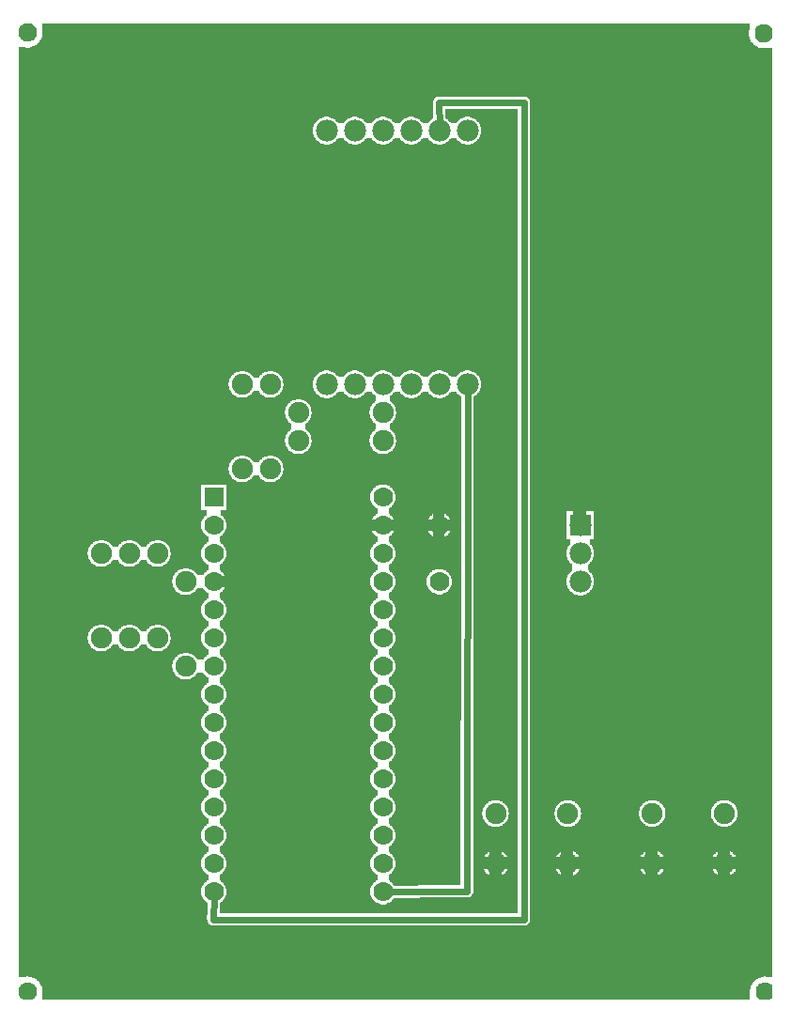
<source format=gtl>
G04 MADE WITH FRITZING*
G04 WWW.FRITZING.ORG*
G04 DOUBLE SIDED*
G04 HOLES PLATED*
G04 CONTOUR ON CENTER OF CONTOUR VECTOR*
%ASAXBY*%
%FSLAX23Y23*%
%MOIN*%
%OFA0B0*%
%SFA1.0B1.0*%
%ADD10C,0.075000*%
%ADD11C,0.070000*%
%ADD12C,0.078000*%
%ADD13R,0.069972X0.070000*%
%ADD14R,0.078000X0.078000*%
%ADD15C,0.024000*%
%ADD16C,0.000100*%
%LNCOPPER1*%
G90*
G70*
G54D10*
X123Y3335D03*
G54D11*
X732Y1824D03*
X732Y1724D03*
X732Y1624D03*
X732Y1524D03*
X732Y1424D03*
X732Y1324D03*
X732Y1224D03*
X732Y1124D03*
X732Y1024D03*
X732Y924D03*
X732Y824D03*
X732Y724D03*
X732Y624D03*
X732Y524D03*
X732Y424D03*
X1332Y1824D03*
X1332Y1724D03*
X1332Y1624D03*
X1332Y1524D03*
X1332Y1424D03*
X1332Y1324D03*
X1332Y1224D03*
X1332Y1124D03*
X1332Y1024D03*
X1332Y924D03*
X1332Y824D03*
X1332Y724D03*
X1332Y624D03*
X1332Y524D03*
X1332Y424D03*
G54D10*
X2543Y525D03*
X2287Y525D03*
X2543Y702D03*
X2287Y702D03*
X1988Y524D03*
X1732Y524D03*
X1988Y701D03*
X1732Y701D03*
X1032Y2124D03*
X1332Y2124D03*
X1032Y2024D03*
X1332Y2024D03*
X432Y1324D03*
X432Y1624D03*
X932Y1924D03*
X932Y2224D03*
X832Y1924D03*
X832Y2224D03*
X632Y1224D03*
X632Y1524D03*
X532Y1324D03*
X532Y1624D03*
X332Y1324D03*
X332Y1624D03*
G54D12*
X1632Y3124D03*
X1532Y3124D03*
X1432Y3124D03*
X1332Y3124D03*
X1232Y3124D03*
X1132Y3124D03*
X1132Y2224D03*
X1232Y2224D03*
X1332Y2224D03*
X1432Y2224D03*
X1532Y2224D03*
X1632Y2224D03*
X2032Y1724D03*
X2032Y1624D03*
X2032Y1524D03*
G54D11*
X1532Y1524D03*
X1532Y1724D03*
G54D13*
X732Y1824D03*
G54D14*
X2032Y1724D03*
G54D15*
X1832Y325D02*
X731Y325D01*
D02*
X1832Y3223D02*
X1832Y325D01*
D02*
X731Y325D02*
X732Y406D01*
D02*
X1531Y3223D02*
X1832Y3223D01*
D02*
X1532Y3143D02*
X1531Y3223D01*
D02*
X1632Y2205D02*
X1631Y425D01*
D02*
X1631Y425D02*
X1350Y424D01*
G54D16*
G36*
X56Y3503D02*
X56Y3501D01*
X52Y3501D01*
X52Y3499D01*
X50Y3499D01*
X50Y3497D01*
X48Y3497D01*
X48Y3495D01*
X46Y3495D01*
X46Y3493D01*
X44Y3493D01*
X44Y3491D01*
X42Y3491D01*
X42Y3487D01*
X40Y3487D01*
X40Y3459D01*
X42Y3459D01*
X42Y3455D01*
X44Y3455D01*
X44Y3453D01*
X46Y3453D01*
X46Y3449D01*
X48Y3449D01*
X48Y3447D01*
X52Y3447D01*
X52Y3445D01*
X54Y3445D01*
X54Y3443D01*
X58Y3443D01*
X58Y3441D01*
X84Y3441D01*
X84Y3443D01*
X88Y3443D01*
X88Y3445D01*
X92Y3445D01*
X92Y3447D01*
X94Y3447D01*
X94Y3449D01*
X96Y3449D01*
X96Y3451D01*
X98Y3451D01*
X98Y3455D01*
X100Y3455D01*
X100Y3457D01*
X102Y3457D01*
X102Y3463D01*
X104Y3463D01*
X104Y3483D01*
X102Y3483D01*
X102Y3487D01*
X100Y3487D01*
X100Y3491D01*
X98Y3491D01*
X98Y3493D01*
X96Y3493D01*
X96Y3495D01*
X94Y3495D01*
X94Y3497D01*
X92Y3497D01*
X92Y3499D01*
X90Y3499D01*
X90Y3501D01*
X86Y3501D01*
X86Y3503D01*
X56Y3503D01*
G37*
D02*
G36*
X2670Y3501D02*
X2670Y3499D01*
X2666Y3499D01*
X2666Y3497D01*
X2664Y3497D01*
X2664Y3495D01*
X2660Y3495D01*
X2660Y3493D01*
X2658Y3493D01*
X2658Y3489D01*
X2656Y3489D01*
X2656Y3487D01*
X2654Y3487D01*
X2654Y3483D01*
X2652Y3483D01*
X2652Y3455D01*
X2654Y3455D01*
X2654Y3451D01*
X2656Y3451D01*
X2656Y3449D01*
X2658Y3449D01*
X2658Y3447D01*
X2660Y3447D01*
X2660Y3445D01*
X2662Y3445D01*
X2662Y3443D01*
X2664Y3443D01*
X2664Y3441D01*
X2668Y3441D01*
X2668Y3439D01*
X2672Y3439D01*
X2672Y3437D01*
X2694Y3437D01*
X2694Y3439D01*
X2698Y3439D01*
X2698Y3441D01*
X2702Y3441D01*
X2702Y3443D01*
X2704Y3443D01*
X2704Y3445D01*
X2706Y3445D01*
X2706Y3447D01*
X2708Y3447D01*
X2708Y3449D01*
X2710Y3449D01*
X2710Y3451D01*
X2712Y3451D01*
X2712Y3455D01*
X2714Y3455D01*
X2714Y3485D01*
X2712Y3485D01*
X2712Y3487D01*
X2710Y3487D01*
X2710Y3491D01*
X2708Y3491D01*
X2708Y3493D01*
X2706Y3493D01*
X2706Y3495D01*
X2702Y3495D01*
X2702Y3497D01*
X2700Y3497D01*
X2700Y3499D01*
X2696Y3499D01*
X2696Y3501D01*
X2670Y3501D01*
G37*
D02*
G36*
X124Y3503D02*
X124Y3461D01*
X122Y3461D01*
X122Y3455D01*
X120Y3455D01*
X120Y3449D01*
X118Y3449D01*
X118Y3445D01*
X116Y3445D01*
X116Y3443D01*
X114Y3443D01*
X114Y3439D01*
X112Y3439D01*
X112Y3437D01*
X110Y3437D01*
X110Y3435D01*
X108Y3435D01*
X108Y3433D01*
X106Y3433D01*
X106Y3431D01*
X102Y3431D01*
X102Y3429D01*
X100Y3429D01*
X100Y3427D01*
X96Y3427D01*
X96Y3425D01*
X92Y3425D01*
X92Y3423D01*
X88Y3423D01*
X88Y3421D01*
X80Y3421D01*
X80Y3419D01*
X2664Y3419D01*
X2664Y3421D01*
X2660Y3421D01*
X2660Y3423D01*
X2656Y3423D01*
X2656Y3425D01*
X2652Y3425D01*
X2652Y3427D01*
X2650Y3427D01*
X2650Y3429D01*
X2648Y3429D01*
X2648Y3431D01*
X2646Y3431D01*
X2646Y3433D01*
X2644Y3433D01*
X2644Y3435D01*
X2642Y3435D01*
X2642Y3437D01*
X2640Y3437D01*
X2640Y3439D01*
X2638Y3439D01*
X2638Y3443D01*
X2636Y3443D01*
X2636Y3447D01*
X2634Y3447D01*
X2634Y3451D01*
X2632Y3451D01*
X2632Y3459D01*
X2630Y3459D01*
X2630Y3481D01*
X2632Y3481D01*
X2632Y3503D01*
X124Y3503D01*
G37*
D02*
G36*
X40Y3421D02*
X40Y3419D01*
X64Y3419D01*
X64Y3421D01*
X40Y3421D01*
G37*
D02*
G36*
X40Y3419D02*
X40Y3417D01*
X2670Y3417D01*
X2670Y3419D01*
X40Y3419D01*
G37*
D02*
G36*
X40Y3419D02*
X40Y3417D01*
X2670Y3417D01*
X2670Y3419D01*
X40Y3419D01*
G37*
D02*
G36*
X40Y3417D02*
X40Y3245D01*
X1838Y3245D01*
X1838Y3243D01*
X1842Y3243D01*
X1842Y3241D01*
X1846Y3241D01*
X1846Y3239D01*
X1848Y3239D01*
X1848Y3237D01*
X1850Y3237D01*
X1850Y3235D01*
X1852Y3235D01*
X1852Y3231D01*
X1854Y3231D01*
X1854Y1773D01*
X2080Y1773D01*
X2080Y1675D01*
X2068Y1675D01*
X2068Y1655D01*
X2070Y1655D01*
X2070Y1653D01*
X2072Y1653D01*
X2072Y1651D01*
X2074Y1651D01*
X2074Y1647D01*
X2076Y1647D01*
X2076Y1643D01*
X2078Y1643D01*
X2078Y1637D01*
X2080Y1637D01*
X2080Y1611D01*
X2078Y1611D01*
X2078Y1605D01*
X2076Y1605D01*
X2076Y1601D01*
X2074Y1601D01*
X2074Y1597D01*
X2072Y1597D01*
X2072Y1595D01*
X2070Y1595D01*
X2070Y1593D01*
X2068Y1593D01*
X2068Y1589D01*
X2066Y1589D01*
X2066Y1587D01*
X2062Y1587D01*
X2062Y1585D01*
X2060Y1585D01*
X2060Y1563D01*
X2062Y1563D01*
X2062Y1561D01*
X2064Y1561D01*
X2064Y1559D01*
X2066Y1559D01*
X2066Y1557D01*
X2068Y1557D01*
X2068Y1555D01*
X2070Y1555D01*
X2070Y1553D01*
X2072Y1553D01*
X2072Y1551D01*
X2074Y1551D01*
X2074Y1547D01*
X2076Y1547D01*
X2076Y1543D01*
X2078Y1543D01*
X2078Y1537D01*
X2080Y1537D01*
X2080Y1511D01*
X2078Y1511D01*
X2078Y1505D01*
X2076Y1505D01*
X2076Y1501D01*
X2074Y1501D01*
X2074Y1497D01*
X2072Y1497D01*
X2072Y1495D01*
X2070Y1495D01*
X2070Y1493D01*
X2068Y1493D01*
X2068Y1489D01*
X2066Y1489D01*
X2066Y1487D01*
X2062Y1487D01*
X2062Y1485D01*
X2060Y1485D01*
X2060Y1483D01*
X2056Y1483D01*
X2056Y1481D01*
X2054Y1481D01*
X2054Y1479D01*
X2048Y1479D01*
X2048Y1477D01*
X2042Y1477D01*
X2042Y1475D01*
X2714Y1475D01*
X2714Y3417D01*
X40Y3417D01*
G37*
D02*
G36*
X40Y3245D02*
X40Y3173D01*
X1440Y3173D01*
X1440Y3171D01*
X1448Y3171D01*
X1448Y3169D01*
X1452Y3169D01*
X1452Y3167D01*
X1456Y3167D01*
X1456Y3165D01*
X1460Y3165D01*
X1460Y3163D01*
X1462Y3163D01*
X1462Y3161D01*
X1464Y3161D01*
X1464Y3159D01*
X1466Y3159D01*
X1466Y3157D01*
X1468Y3157D01*
X1468Y3155D01*
X1470Y3155D01*
X1470Y3153D01*
X1472Y3153D01*
X1472Y3151D01*
X1492Y3151D01*
X1492Y3153D01*
X1494Y3153D01*
X1494Y3155D01*
X1496Y3155D01*
X1496Y3159D01*
X1500Y3159D01*
X1500Y3161D01*
X1502Y3161D01*
X1502Y3163D01*
X1504Y3163D01*
X1504Y3165D01*
X1508Y3165D01*
X1508Y3167D01*
X1510Y3167D01*
X1510Y3231D01*
X1512Y3231D01*
X1512Y3235D01*
X1514Y3235D01*
X1514Y3237D01*
X1516Y3237D01*
X1516Y3239D01*
X1518Y3239D01*
X1518Y3241D01*
X1520Y3241D01*
X1520Y3243D01*
X1526Y3243D01*
X1526Y3245D01*
X40Y3245D01*
G37*
D02*
G36*
X1554Y3201D02*
X1554Y3173D01*
X1640Y3173D01*
X1640Y3171D01*
X1648Y3171D01*
X1648Y3169D01*
X1652Y3169D01*
X1652Y3167D01*
X1656Y3167D01*
X1656Y3165D01*
X1660Y3165D01*
X1660Y3163D01*
X1662Y3163D01*
X1662Y3161D01*
X1664Y3161D01*
X1664Y3159D01*
X1666Y3159D01*
X1666Y3157D01*
X1668Y3157D01*
X1668Y3155D01*
X1670Y3155D01*
X1670Y3153D01*
X1672Y3153D01*
X1672Y3151D01*
X1674Y3151D01*
X1674Y3147D01*
X1676Y3147D01*
X1676Y3143D01*
X1678Y3143D01*
X1678Y3137D01*
X1680Y3137D01*
X1680Y3111D01*
X1678Y3111D01*
X1678Y3105D01*
X1676Y3105D01*
X1676Y3101D01*
X1674Y3101D01*
X1674Y3097D01*
X1672Y3097D01*
X1672Y3095D01*
X1670Y3095D01*
X1670Y3093D01*
X1668Y3093D01*
X1668Y3089D01*
X1666Y3089D01*
X1666Y3087D01*
X1662Y3087D01*
X1662Y3085D01*
X1660Y3085D01*
X1660Y3083D01*
X1656Y3083D01*
X1656Y3081D01*
X1654Y3081D01*
X1654Y3079D01*
X1648Y3079D01*
X1648Y3077D01*
X1642Y3077D01*
X1642Y3075D01*
X1810Y3075D01*
X1810Y3201D01*
X1554Y3201D01*
G37*
D02*
G36*
X40Y3173D02*
X40Y3075D01*
X1122Y3075D01*
X1122Y3077D01*
X1114Y3077D01*
X1114Y3079D01*
X1110Y3079D01*
X1110Y3081D01*
X1106Y3081D01*
X1106Y3083D01*
X1104Y3083D01*
X1104Y3085D01*
X1102Y3085D01*
X1102Y3087D01*
X1098Y3087D01*
X1098Y3089D01*
X1096Y3089D01*
X1096Y3091D01*
X1094Y3091D01*
X1094Y3095D01*
X1092Y3095D01*
X1092Y3097D01*
X1090Y3097D01*
X1090Y3101D01*
X1088Y3101D01*
X1088Y3105D01*
X1086Y3105D01*
X1086Y3111D01*
X1084Y3111D01*
X1084Y3121D01*
X1082Y3121D01*
X1082Y3127D01*
X1084Y3127D01*
X1084Y3137D01*
X1086Y3137D01*
X1086Y3143D01*
X1088Y3143D01*
X1088Y3147D01*
X1090Y3147D01*
X1090Y3151D01*
X1092Y3151D01*
X1092Y3153D01*
X1094Y3153D01*
X1094Y3155D01*
X1096Y3155D01*
X1096Y3159D01*
X1100Y3159D01*
X1100Y3161D01*
X1102Y3161D01*
X1102Y3163D01*
X1104Y3163D01*
X1104Y3165D01*
X1108Y3165D01*
X1108Y3167D01*
X1112Y3167D01*
X1112Y3169D01*
X1116Y3169D01*
X1116Y3171D01*
X1124Y3171D01*
X1124Y3173D01*
X40Y3173D01*
G37*
D02*
G36*
X1140Y3173D02*
X1140Y3171D01*
X1148Y3171D01*
X1148Y3169D01*
X1152Y3169D01*
X1152Y3167D01*
X1156Y3167D01*
X1156Y3165D01*
X1160Y3165D01*
X1160Y3163D01*
X1162Y3163D01*
X1162Y3161D01*
X1164Y3161D01*
X1164Y3159D01*
X1166Y3159D01*
X1166Y3157D01*
X1168Y3157D01*
X1168Y3155D01*
X1170Y3155D01*
X1170Y3153D01*
X1172Y3153D01*
X1172Y3151D01*
X1192Y3151D01*
X1192Y3153D01*
X1194Y3153D01*
X1194Y3155D01*
X1196Y3155D01*
X1196Y3159D01*
X1200Y3159D01*
X1200Y3161D01*
X1202Y3161D01*
X1202Y3163D01*
X1204Y3163D01*
X1204Y3165D01*
X1208Y3165D01*
X1208Y3167D01*
X1212Y3167D01*
X1212Y3169D01*
X1216Y3169D01*
X1216Y3171D01*
X1224Y3171D01*
X1224Y3173D01*
X1140Y3173D01*
G37*
D02*
G36*
X1240Y3173D02*
X1240Y3171D01*
X1248Y3171D01*
X1248Y3169D01*
X1252Y3169D01*
X1252Y3167D01*
X1256Y3167D01*
X1256Y3165D01*
X1260Y3165D01*
X1260Y3163D01*
X1262Y3163D01*
X1262Y3161D01*
X1264Y3161D01*
X1264Y3159D01*
X1266Y3159D01*
X1266Y3157D01*
X1268Y3157D01*
X1268Y3155D01*
X1270Y3155D01*
X1270Y3153D01*
X1272Y3153D01*
X1272Y3151D01*
X1292Y3151D01*
X1292Y3153D01*
X1294Y3153D01*
X1294Y3155D01*
X1296Y3155D01*
X1296Y3159D01*
X1300Y3159D01*
X1300Y3161D01*
X1302Y3161D01*
X1302Y3163D01*
X1304Y3163D01*
X1304Y3165D01*
X1308Y3165D01*
X1308Y3167D01*
X1312Y3167D01*
X1312Y3169D01*
X1316Y3169D01*
X1316Y3171D01*
X1324Y3171D01*
X1324Y3173D01*
X1240Y3173D01*
G37*
D02*
G36*
X1340Y3173D02*
X1340Y3171D01*
X1348Y3171D01*
X1348Y3169D01*
X1352Y3169D01*
X1352Y3167D01*
X1356Y3167D01*
X1356Y3165D01*
X1360Y3165D01*
X1360Y3163D01*
X1362Y3163D01*
X1362Y3161D01*
X1364Y3161D01*
X1364Y3159D01*
X1366Y3159D01*
X1366Y3157D01*
X1368Y3157D01*
X1368Y3155D01*
X1370Y3155D01*
X1370Y3153D01*
X1372Y3153D01*
X1372Y3151D01*
X1392Y3151D01*
X1392Y3153D01*
X1394Y3153D01*
X1394Y3155D01*
X1396Y3155D01*
X1396Y3159D01*
X1400Y3159D01*
X1400Y3161D01*
X1402Y3161D01*
X1402Y3163D01*
X1404Y3163D01*
X1404Y3165D01*
X1408Y3165D01*
X1408Y3167D01*
X1412Y3167D01*
X1412Y3169D01*
X1416Y3169D01*
X1416Y3171D01*
X1424Y3171D01*
X1424Y3173D01*
X1340Y3173D01*
G37*
D02*
G36*
X1554Y3173D02*
X1554Y3167D01*
X1556Y3167D01*
X1556Y3165D01*
X1560Y3165D01*
X1560Y3163D01*
X1562Y3163D01*
X1562Y3161D01*
X1564Y3161D01*
X1564Y3159D01*
X1566Y3159D01*
X1566Y3157D01*
X1568Y3157D01*
X1568Y3155D01*
X1570Y3155D01*
X1570Y3153D01*
X1572Y3153D01*
X1572Y3151D01*
X1592Y3151D01*
X1592Y3153D01*
X1594Y3153D01*
X1594Y3155D01*
X1596Y3155D01*
X1596Y3159D01*
X1600Y3159D01*
X1600Y3161D01*
X1602Y3161D01*
X1602Y3163D01*
X1604Y3163D01*
X1604Y3165D01*
X1608Y3165D01*
X1608Y3167D01*
X1612Y3167D01*
X1612Y3169D01*
X1616Y3169D01*
X1616Y3171D01*
X1624Y3171D01*
X1624Y3173D01*
X1554Y3173D01*
G37*
D02*
G36*
X1172Y3097D02*
X1172Y3095D01*
X1170Y3095D01*
X1170Y3093D01*
X1168Y3093D01*
X1168Y3089D01*
X1166Y3089D01*
X1166Y3087D01*
X1162Y3087D01*
X1162Y3085D01*
X1160Y3085D01*
X1160Y3083D01*
X1156Y3083D01*
X1156Y3081D01*
X1154Y3081D01*
X1154Y3079D01*
X1148Y3079D01*
X1148Y3077D01*
X1142Y3077D01*
X1142Y3075D01*
X1222Y3075D01*
X1222Y3077D01*
X1214Y3077D01*
X1214Y3079D01*
X1210Y3079D01*
X1210Y3081D01*
X1206Y3081D01*
X1206Y3083D01*
X1204Y3083D01*
X1204Y3085D01*
X1202Y3085D01*
X1202Y3087D01*
X1198Y3087D01*
X1198Y3089D01*
X1196Y3089D01*
X1196Y3091D01*
X1194Y3091D01*
X1194Y3095D01*
X1192Y3095D01*
X1192Y3097D01*
X1172Y3097D01*
G37*
D02*
G36*
X1272Y3097D02*
X1272Y3095D01*
X1270Y3095D01*
X1270Y3093D01*
X1268Y3093D01*
X1268Y3089D01*
X1266Y3089D01*
X1266Y3087D01*
X1262Y3087D01*
X1262Y3085D01*
X1260Y3085D01*
X1260Y3083D01*
X1256Y3083D01*
X1256Y3081D01*
X1254Y3081D01*
X1254Y3079D01*
X1248Y3079D01*
X1248Y3077D01*
X1242Y3077D01*
X1242Y3075D01*
X1322Y3075D01*
X1322Y3077D01*
X1314Y3077D01*
X1314Y3079D01*
X1310Y3079D01*
X1310Y3081D01*
X1306Y3081D01*
X1306Y3083D01*
X1304Y3083D01*
X1304Y3085D01*
X1302Y3085D01*
X1302Y3087D01*
X1298Y3087D01*
X1298Y3089D01*
X1296Y3089D01*
X1296Y3091D01*
X1294Y3091D01*
X1294Y3095D01*
X1292Y3095D01*
X1292Y3097D01*
X1272Y3097D01*
G37*
D02*
G36*
X1372Y3097D02*
X1372Y3095D01*
X1370Y3095D01*
X1370Y3093D01*
X1368Y3093D01*
X1368Y3089D01*
X1366Y3089D01*
X1366Y3087D01*
X1362Y3087D01*
X1362Y3085D01*
X1360Y3085D01*
X1360Y3083D01*
X1356Y3083D01*
X1356Y3081D01*
X1354Y3081D01*
X1354Y3079D01*
X1348Y3079D01*
X1348Y3077D01*
X1342Y3077D01*
X1342Y3075D01*
X1422Y3075D01*
X1422Y3077D01*
X1414Y3077D01*
X1414Y3079D01*
X1410Y3079D01*
X1410Y3081D01*
X1406Y3081D01*
X1406Y3083D01*
X1404Y3083D01*
X1404Y3085D01*
X1402Y3085D01*
X1402Y3087D01*
X1398Y3087D01*
X1398Y3089D01*
X1396Y3089D01*
X1396Y3091D01*
X1394Y3091D01*
X1394Y3095D01*
X1392Y3095D01*
X1392Y3097D01*
X1372Y3097D01*
G37*
D02*
G36*
X1472Y3097D02*
X1472Y3095D01*
X1470Y3095D01*
X1470Y3093D01*
X1468Y3093D01*
X1468Y3089D01*
X1466Y3089D01*
X1466Y3087D01*
X1462Y3087D01*
X1462Y3085D01*
X1460Y3085D01*
X1460Y3083D01*
X1456Y3083D01*
X1456Y3081D01*
X1454Y3081D01*
X1454Y3079D01*
X1448Y3079D01*
X1448Y3077D01*
X1442Y3077D01*
X1442Y3075D01*
X1522Y3075D01*
X1522Y3077D01*
X1514Y3077D01*
X1514Y3079D01*
X1510Y3079D01*
X1510Y3081D01*
X1506Y3081D01*
X1506Y3083D01*
X1504Y3083D01*
X1504Y3085D01*
X1502Y3085D01*
X1502Y3087D01*
X1498Y3087D01*
X1498Y3089D01*
X1496Y3089D01*
X1496Y3091D01*
X1494Y3091D01*
X1494Y3095D01*
X1492Y3095D01*
X1492Y3097D01*
X1472Y3097D01*
G37*
D02*
G36*
X1572Y3097D02*
X1572Y3095D01*
X1570Y3095D01*
X1570Y3093D01*
X1568Y3093D01*
X1568Y3089D01*
X1566Y3089D01*
X1566Y3087D01*
X1562Y3087D01*
X1562Y3085D01*
X1560Y3085D01*
X1560Y3083D01*
X1556Y3083D01*
X1556Y3081D01*
X1554Y3081D01*
X1554Y3079D01*
X1548Y3079D01*
X1548Y3077D01*
X1542Y3077D01*
X1542Y3075D01*
X1622Y3075D01*
X1622Y3077D01*
X1614Y3077D01*
X1614Y3079D01*
X1610Y3079D01*
X1610Y3081D01*
X1606Y3081D01*
X1606Y3083D01*
X1604Y3083D01*
X1604Y3085D01*
X1602Y3085D01*
X1602Y3087D01*
X1598Y3087D01*
X1598Y3089D01*
X1596Y3089D01*
X1596Y3091D01*
X1594Y3091D01*
X1594Y3095D01*
X1592Y3095D01*
X1592Y3097D01*
X1572Y3097D01*
G37*
D02*
G36*
X40Y3075D02*
X40Y3073D01*
X1810Y3073D01*
X1810Y3075D01*
X40Y3075D01*
G37*
D02*
G36*
X40Y3075D02*
X40Y3073D01*
X1810Y3073D01*
X1810Y3075D01*
X40Y3075D01*
G37*
D02*
G36*
X40Y3075D02*
X40Y3073D01*
X1810Y3073D01*
X1810Y3075D01*
X40Y3075D01*
G37*
D02*
G36*
X40Y3075D02*
X40Y3073D01*
X1810Y3073D01*
X1810Y3075D01*
X40Y3075D01*
G37*
D02*
G36*
X40Y3075D02*
X40Y3073D01*
X1810Y3073D01*
X1810Y3075D01*
X40Y3075D01*
G37*
D02*
G36*
X40Y3075D02*
X40Y3073D01*
X1810Y3073D01*
X1810Y3075D01*
X40Y3075D01*
G37*
D02*
G36*
X40Y3075D02*
X40Y3073D01*
X1810Y3073D01*
X1810Y3075D01*
X40Y3075D01*
G37*
D02*
G36*
X40Y3073D02*
X40Y2273D01*
X1640Y2273D01*
X1640Y2271D01*
X1648Y2271D01*
X1648Y2269D01*
X1652Y2269D01*
X1652Y2267D01*
X1656Y2267D01*
X1656Y2265D01*
X1660Y2265D01*
X1660Y2263D01*
X1662Y2263D01*
X1662Y2261D01*
X1664Y2261D01*
X1664Y2259D01*
X1666Y2259D01*
X1666Y2257D01*
X1668Y2257D01*
X1668Y2255D01*
X1670Y2255D01*
X1670Y2253D01*
X1672Y2253D01*
X1672Y2251D01*
X1674Y2251D01*
X1674Y2247D01*
X1676Y2247D01*
X1676Y2243D01*
X1678Y2243D01*
X1678Y2237D01*
X1680Y2237D01*
X1680Y2211D01*
X1678Y2211D01*
X1678Y2205D01*
X1676Y2205D01*
X1676Y2201D01*
X1674Y2201D01*
X1674Y2197D01*
X1672Y2197D01*
X1672Y2195D01*
X1670Y2195D01*
X1670Y2193D01*
X1668Y2193D01*
X1668Y2189D01*
X1666Y2189D01*
X1666Y2187D01*
X1662Y2187D01*
X1662Y2185D01*
X1660Y2185D01*
X1660Y2183D01*
X1656Y2183D01*
X1656Y2181D01*
X1654Y2181D01*
X1654Y1017D01*
X1652Y1017D01*
X1652Y749D01*
X1738Y749D01*
X1738Y747D01*
X1746Y747D01*
X1746Y745D01*
X1752Y745D01*
X1752Y743D01*
X1756Y743D01*
X1756Y741D01*
X1758Y741D01*
X1758Y739D01*
X1762Y739D01*
X1762Y737D01*
X1764Y737D01*
X1764Y735D01*
X1766Y735D01*
X1766Y733D01*
X1768Y733D01*
X1768Y731D01*
X1770Y731D01*
X1770Y727D01*
X1772Y727D01*
X1772Y725D01*
X1774Y725D01*
X1774Y721D01*
X1776Y721D01*
X1776Y715D01*
X1778Y715D01*
X1778Y705D01*
X1780Y705D01*
X1780Y697D01*
X1778Y697D01*
X1778Y687D01*
X1776Y687D01*
X1776Y681D01*
X1774Y681D01*
X1774Y677D01*
X1772Y677D01*
X1772Y675D01*
X1770Y675D01*
X1770Y671D01*
X1768Y671D01*
X1768Y669D01*
X1766Y669D01*
X1766Y667D01*
X1764Y667D01*
X1764Y665D01*
X1762Y665D01*
X1762Y663D01*
X1758Y663D01*
X1758Y661D01*
X1756Y661D01*
X1756Y659D01*
X1752Y659D01*
X1752Y657D01*
X1746Y657D01*
X1746Y655D01*
X1738Y655D01*
X1738Y653D01*
X1810Y653D01*
X1810Y3073D01*
X40Y3073D01*
G37*
D02*
G36*
X40Y2273D02*
X40Y2271D01*
X942Y2271D01*
X942Y2269D01*
X948Y2269D01*
X948Y2267D01*
X954Y2267D01*
X954Y2265D01*
X956Y2265D01*
X956Y2263D01*
X960Y2263D01*
X960Y2261D01*
X962Y2261D01*
X962Y2259D01*
X964Y2259D01*
X964Y2257D01*
X966Y2257D01*
X966Y2255D01*
X968Y2255D01*
X968Y2253D01*
X970Y2253D01*
X970Y2251D01*
X972Y2251D01*
X972Y2247D01*
X974Y2247D01*
X974Y2243D01*
X976Y2243D01*
X976Y2237D01*
X978Y2237D01*
X978Y2229D01*
X980Y2229D01*
X980Y2219D01*
X978Y2219D01*
X978Y2211D01*
X976Y2211D01*
X976Y2205D01*
X974Y2205D01*
X974Y2201D01*
X972Y2201D01*
X972Y2197D01*
X970Y2197D01*
X970Y2195D01*
X968Y2195D01*
X968Y2193D01*
X966Y2193D01*
X966Y2189D01*
X962Y2189D01*
X962Y2187D01*
X960Y2187D01*
X960Y2185D01*
X958Y2185D01*
X958Y2183D01*
X954Y2183D01*
X954Y2181D01*
X950Y2181D01*
X950Y2179D01*
X944Y2179D01*
X944Y2177D01*
X1114Y2177D01*
X1114Y2179D01*
X1110Y2179D01*
X1110Y2181D01*
X1106Y2181D01*
X1106Y2183D01*
X1104Y2183D01*
X1104Y2185D01*
X1102Y2185D01*
X1102Y2187D01*
X1098Y2187D01*
X1098Y2189D01*
X1096Y2189D01*
X1096Y2191D01*
X1094Y2191D01*
X1094Y2195D01*
X1092Y2195D01*
X1092Y2197D01*
X1090Y2197D01*
X1090Y2201D01*
X1088Y2201D01*
X1088Y2205D01*
X1086Y2205D01*
X1086Y2211D01*
X1084Y2211D01*
X1084Y2221D01*
X1082Y2221D01*
X1082Y2227D01*
X1084Y2227D01*
X1084Y2237D01*
X1086Y2237D01*
X1086Y2243D01*
X1088Y2243D01*
X1088Y2247D01*
X1090Y2247D01*
X1090Y2251D01*
X1092Y2251D01*
X1092Y2253D01*
X1094Y2253D01*
X1094Y2255D01*
X1096Y2255D01*
X1096Y2259D01*
X1100Y2259D01*
X1100Y2261D01*
X1102Y2261D01*
X1102Y2263D01*
X1104Y2263D01*
X1104Y2265D01*
X1108Y2265D01*
X1108Y2267D01*
X1112Y2267D01*
X1112Y2269D01*
X1116Y2269D01*
X1116Y2271D01*
X1124Y2271D01*
X1124Y2273D01*
X40Y2273D01*
G37*
D02*
G36*
X1140Y2273D02*
X1140Y2271D01*
X1148Y2271D01*
X1148Y2269D01*
X1152Y2269D01*
X1152Y2267D01*
X1156Y2267D01*
X1156Y2265D01*
X1160Y2265D01*
X1160Y2263D01*
X1162Y2263D01*
X1162Y2261D01*
X1164Y2261D01*
X1164Y2259D01*
X1166Y2259D01*
X1166Y2257D01*
X1168Y2257D01*
X1168Y2255D01*
X1170Y2255D01*
X1170Y2253D01*
X1172Y2253D01*
X1172Y2251D01*
X1192Y2251D01*
X1192Y2253D01*
X1194Y2253D01*
X1194Y2255D01*
X1196Y2255D01*
X1196Y2259D01*
X1200Y2259D01*
X1200Y2261D01*
X1202Y2261D01*
X1202Y2263D01*
X1204Y2263D01*
X1204Y2265D01*
X1208Y2265D01*
X1208Y2267D01*
X1212Y2267D01*
X1212Y2269D01*
X1216Y2269D01*
X1216Y2271D01*
X1224Y2271D01*
X1224Y2273D01*
X1140Y2273D01*
G37*
D02*
G36*
X1240Y2273D02*
X1240Y2271D01*
X1248Y2271D01*
X1248Y2269D01*
X1252Y2269D01*
X1252Y2267D01*
X1256Y2267D01*
X1256Y2265D01*
X1260Y2265D01*
X1260Y2263D01*
X1262Y2263D01*
X1262Y2261D01*
X1264Y2261D01*
X1264Y2259D01*
X1266Y2259D01*
X1266Y2257D01*
X1268Y2257D01*
X1268Y2255D01*
X1270Y2255D01*
X1270Y2253D01*
X1272Y2253D01*
X1272Y2251D01*
X1292Y2251D01*
X1292Y2253D01*
X1294Y2253D01*
X1294Y2255D01*
X1296Y2255D01*
X1296Y2259D01*
X1300Y2259D01*
X1300Y2261D01*
X1302Y2261D01*
X1302Y2263D01*
X1304Y2263D01*
X1304Y2265D01*
X1308Y2265D01*
X1308Y2267D01*
X1312Y2267D01*
X1312Y2269D01*
X1316Y2269D01*
X1316Y2271D01*
X1324Y2271D01*
X1324Y2273D01*
X1240Y2273D01*
G37*
D02*
G36*
X1340Y2273D02*
X1340Y2271D01*
X1348Y2271D01*
X1348Y2269D01*
X1352Y2269D01*
X1352Y2267D01*
X1356Y2267D01*
X1356Y2265D01*
X1360Y2265D01*
X1360Y2263D01*
X1362Y2263D01*
X1362Y2261D01*
X1364Y2261D01*
X1364Y2259D01*
X1366Y2259D01*
X1366Y2257D01*
X1368Y2257D01*
X1368Y2255D01*
X1370Y2255D01*
X1370Y2253D01*
X1372Y2253D01*
X1372Y2251D01*
X1392Y2251D01*
X1392Y2253D01*
X1394Y2253D01*
X1394Y2255D01*
X1396Y2255D01*
X1396Y2259D01*
X1400Y2259D01*
X1400Y2261D01*
X1402Y2261D01*
X1402Y2263D01*
X1404Y2263D01*
X1404Y2265D01*
X1408Y2265D01*
X1408Y2267D01*
X1412Y2267D01*
X1412Y2269D01*
X1416Y2269D01*
X1416Y2271D01*
X1424Y2271D01*
X1424Y2273D01*
X1340Y2273D01*
G37*
D02*
G36*
X1440Y2273D02*
X1440Y2271D01*
X1448Y2271D01*
X1448Y2269D01*
X1452Y2269D01*
X1452Y2267D01*
X1456Y2267D01*
X1456Y2265D01*
X1460Y2265D01*
X1460Y2263D01*
X1462Y2263D01*
X1462Y2261D01*
X1464Y2261D01*
X1464Y2259D01*
X1466Y2259D01*
X1466Y2257D01*
X1468Y2257D01*
X1468Y2255D01*
X1470Y2255D01*
X1470Y2253D01*
X1472Y2253D01*
X1472Y2251D01*
X1492Y2251D01*
X1492Y2253D01*
X1494Y2253D01*
X1494Y2255D01*
X1496Y2255D01*
X1496Y2259D01*
X1500Y2259D01*
X1500Y2261D01*
X1502Y2261D01*
X1502Y2263D01*
X1504Y2263D01*
X1504Y2265D01*
X1508Y2265D01*
X1508Y2267D01*
X1512Y2267D01*
X1512Y2269D01*
X1516Y2269D01*
X1516Y2271D01*
X1524Y2271D01*
X1524Y2273D01*
X1440Y2273D01*
G37*
D02*
G36*
X1540Y2273D02*
X1540Y2271D01*
X1548Y2271D01*
X1548Y2269D01*
X1552Y2269D01*
X1552Y2267D01*
X1556Y2267D01*
X1556Y2265D01*
X1560Y2265D01*
X1560Y2263D01*
X1562Y2263D01*
X1562Y2261D01*
X1564Y2261D01*
X1564Y2259D01*
X1566Y2259D01*
X1566Y2257D01*
X1568Y2257D01*
X1568Y2255D01*
X1570Y2255D01*
X1570Y2253D01*
X1572Y2253D01*
X1572Y2251D01*
X1592Y2251D01*
X1592Y2253D01*
X1594Y2253D01*
X1594Y2255D01*
X1596Y2255D01*
X1596Y2259D01*
X1600Y2259D01*
X1600Y2261D01*
X1602Y2261D01*
X1602Y2263D01*
X1604Y2263D01*
X1604Y2265D01*
X1608Y2265D01*
X1608Y2267D01*
X1612Y2267D01*
X1612Y2269D01*
X1616Y2269D01*
X1616Y2271D01*
X1624Y2271D01*
X1624Y2273D01*
X1540Y2273D01*
G37*
D02*
G36*
X40Y2271D02*
X40Y2177D01*
X820Y2177D01*
X820Y2179D01*
X814Y2179D01*
X814Y2181D01*
X810Y2181D01*
X810Y2183D01*
X806Y2183D01*
X806Y2185D01*
X804Y2185D01*
X804Y2187D01*
X800Y2187D01*
X800Y2189D01*
X798Y2189D01*
X798Y2191D01*
X796Y2191D01*
X796Y2195D01*
X794Y2195D01*
X794Y2197D01*
X792Y2197D01*
X792Y2201D01*
X790Y2201D01*
X790Y2203D01*
X788Y2203D01*
X788Y2209D01*
X786Y2209D01*
X786Y2217D01*
X784Y2217D01*
X784Y2231D01*
X786Y2231D01*
X786Y2239D01*
X788Y2239D01*
X788Y2243D01*
X790Y2243D01*
X790Y2247D01*
X792Y2247D01*
X792Y2251D01*
X794Y2251D01*
X794Y2253D01*
X796Y2253D01*
X796Y2255D01*
X798Y2255D01*
X798Y2257D01*
X800Y2257D01*
X800Y2259D01*
X802Y2259D01*
X802Y2261D01*
X804Y2261D01*
X804Y2263D01*
X806Y2263D01*
X806Y2265D01*
X810Y2265D01*
X810Y2267D01*
X814Y2267D01*
X814Y2269D01*
X822Y2269D01*
X822Y2271D01*
X40Y2271D01*
G37*
D02*
G36*
X842Y2271D02*
X842Y2269D01*
X848Y2269D01*
X848Y2267D01*
X854Y2267D01*
X854Y2265D01*
X856Y2265D01*
X856Y2263D01*
X860Y2263D01*
X860Y2261D01*
X862Y2261D01*
X862Y2259D01*
X864Y2259D01*
X864Y2257D01*
X866Y2257D01*
X866Y2255D01*
X868Y2255D01*
X868Y2253D01*
X870Y2253D01*
X870Y2251D01*
X872Y2251D01*
X872Y2247D01*
X892Y2247D01*
X892Y2251D01*
X894Y2251D01*
X894Y2253D01*
X896Y2253D01*
X896Y2255D01*
X898Y2255D01*
X898Y2257D01*
X900Y2257D01*
X900Y2259D01*
X902Y2259D01*
X902Y2261D01*
X904Y2261D01*
X904Y2263D01*
X906Y2263D01*
X906Y2265D01*
X910Y2265D01*
X910Y2267D01*
X914Y2267D01*
X914Y2269D01*
X922Y2269D01*
X922Y2271D01*
X842Y2271D01*
G37*
D02*
G36*
X872Y2201D02*
X872Y2197D01*
X870Y2197D01*
X870Y2195D01*
X868Y2195D01*
X868Y2193D01*
X866Y2193D01*
X866Y2189D01*
X862Y2189D01*
X862Y2187D01*
X860Y2187D01*
X860Y2185D01*
X858Y2185D01*
X858Y2183D01*
X854Y2183D01*
X854Y2181D01*
X850Y2181D01*
X850Y2179D01*
X844Y2179D01*
X844Y2177D01*
X920Y2177D01*
X920Y2179D01*
X914Y2179D01*
X914Y2181D01*
X910Y2181D01*
X910Y2183D01*
X906Y2183D01*
X906Y2185D01*
X904Y2185D01*
X904Y2187D01*
X900Y2187D01*
X900Y2189D01*
X898Y2189D01*
X898Y2191D01*
X896Y2191D01*
X896Y2195D01*
X894Y2195D01*
X894Y2197D01*
X892Y2197D01*
X892Y2201D01*
X872Y2201D01*
G37*
D02*
G36*
X1172Y2197D02*
X1172Y2195D01*
X1170Y2195D01*
X1170Y2193D01*
X1168Y2193D01*
X1168Y2189D01*
X1166Y2189D01*
X1166Y2187D01*
X1162Y2187D01*
X1162Y2185D01*
X1160Y2185D01*
X1160Y2183D01*
X1156Y2183D01*
X1156Y2181D01*
X1154Y2181D01*
X1154Y2179D01*
X1148Y2179D01*
X1148Y2177D01*
X1142Y2177D01*
X1142Y2175D01*
X1222Y2175D01*
X1222Y2177D01*
X1214Y2177D01*
X1214Y2179D01*
X1210Y2179D01*
X1210Y2181D01*
X1206Y2181D01*
X1206Y2183D01*
X1204Y2183D01*
X1204Y2185D01*
X1202Y2185D01*
X1202Y2187D01*
X1198Y2187D01*
X1198Y2189D01*
X1196Y2189D01*
X1196Y2191D01*
X1194Y2191D01*
X1194Y2195D01*
X1192Y2195D01*
X1192Y2197D01*
X1172Y2197D01*
G37*
D02*
G36*
X1272Y2197D02*
X1272Y2195D01*
X1270Y2195D01*
X1270Y2193D01*
X1268Y2193D01*
X1268Y2189D01*
X1266Y2189D01*
X1266Y2187D01*
X1262Y2187D01*
X1262Y2185D01*
X1260Y2185D01*
X1260Y2183D01*
X1256Y2183D01*
X1256Y2181D01*
X1254Y2181D01*
X1254Y2179D01*
X1248Y2179D01*
X1248Y2177D01*
X1242Y2177D01*
X1242Y2175D01*
X1306Y2175D01*
X1306Y2183D01*
X1304Y2183D01*
X1304Y2185D01*
X1302Y2185D01*
X1302Y2187D01*
X1298Y2187D01*
X1298Y2189D01*
X1296Y2189D01*
X1296Y2191D01*
X1294Y2191D01*
X1294Y2195D01*
X1292Y2195D01*
X1292Y2197D01*
X1272Y2197D01*
G37*
D02*
G36*
X1372Y2197D02*
X1372Y2195D01*
X1370Y2195D01*
X1370Y2193D01*
X1368Y2193D01*
X1368Y2189D01*
X1366Y2189D01*
X1366Y2187D01*
X1362Y2187D01*
X1362Y2185D01*
X1360Y2185D01*
X1360Y2183D01*
X1356Y2183D01*
X1356Y2175D01*
X1422Y2175D01*
X1422Y2177D01*
X1414Y2177D01*
X1414Y2179D01*
X1410Y2179D01*
X1410Y2181D01*
X1406Y2181D01*
X1406Y2183D01*
X1404Y2183D01*
X1404Y2185D01*
X1402Y2185D01*
X1402Y2187D01*
X1398Y2187D01*
X1398Y2189D01*
X1396Y2189D01*
X1396Y2191D01*
X1394Y2191D01*
X1394Y2195D01*
X1392Y2195D01*
X1392Y2197D01*
X1372Y2197D01*
G37*
D02*
G36*
X1472Y2197D02*
X1472Y2195D01*
X1470Y2195D01*
X1470Y2193D01*
X1468Y2193D01*
X1468Y2189D01*
X1466Y2189D01*
X1466Y2187D01*
X1462Y2187D01*
X1462Y2185D01*
X1460Y2185D01*
X1460Y2183D01*
X1456Y2183D01*
X1456Y2181D01*
X1454Y2181D01*
X1454Y2179D01*
X1448Y2179D01*
X1448Y2177D01*
X1442Y2177D01*
X1442Y2175D01*
X1522Y2175D01*
X1522Y2177D01*
X1514Y2177D01*
X1514Y2179D01*
X1510Y2179D01*
X1510Y2181D01*
X1506Y2181D01*
X1506Y2183D01*
X1504Y2183D01*
X1504Y2185D01*
X1502Y2185D01*
X1502Y2187D01*
X1498Y2187D01*
X1498Y2189D01*
X1496Y2189D01*
X1496Y2191D01*
X1494Y2191D01*
X1494Y2195D01*
X1492Y2195D01*
X1492Y2197D01*
X1472Y2197D01*
G37*
D02*
G36*
X1572Y2197D02*
X1572Y2195D01*
X1570Y2195D01*
X1570Y2193D01*
X1568Y2193D01*
X1568Y2189D01*
X1566Y2189D01*
X1566Y2187D01*
X1562Y2187D01*
X1562Y2185D01*
X1560Y2185D01*
X1560Y2183D01*
X1556Y2183D01*
X1556Y2181D01*
X1554Y2181D01*
X1554Y2179D01*
X1548Y2179D01*
X1548Y2177D01*
X1542Y2177D01*
X1542Y2175D01*
X1610Y2175D01*
X1610Y2181D01*
X1606Y2181D01*
X1606Y2183D01*
X1604Y2183D01*
X1604Y2185D01*
X1602Y2185D01*
X1602Y2187D01*
X1598Y2187D01*
X1598Y2189D01*
X1596Y2189D01*
X1596Y2191D01*
X1594Y2191D01*
X1594Y2195D01*
X1592Y2195D01*
X1592Y2197D01*
X1572Y2197D01*
G37*
D02*
G36*
X40Y2177D02*
X40Y2175D01*
X1122Y2175D01*
X1122Y2177D01*
X40Y2177D01*
G37*
D02*
G36*
X40Y2177D02*
X40Y2175D01*
X1122Y2175D01*
X1122Y2177D01*
X40Y2177D01*
G37*
D02*
G36*
X40Y2177D02*
X40Y2175D01*
X1122Y2175D01*
X1122Y2177D01*
X40Y2177D01*
G37*
D02*
G36*
X40Y2175D02*
X40Y2173D01*
X1306Y2173D01*
X1306Y2175D01*
X40Y2175D01*
G37*
D02*
G36*
X40Y2175D02*
X40Y2173D01*
X1306Y2173D01*
X1306Y2175D01*
X40Y2175D01*
G37*
D02*
G36*
X40Y2175D02*
X40Y2173D01*
X1306Y2173D01*
X1306Y2175D01*
X40Y2175D01*
G37*
D02*
G36*
X1356Y2175D02*
X1356Y2173D01*
X1610Y2173D01*
X1610Y2175D01*
X1356Y2175D01*
G37*
D02*
G36*
X1356Y2175D02*
X1356Y2173D01*
X1610Y2173D01*
X1610Y2175D01*
X1356Y2175D01*
G37*
D02*
G36*
X1356Y2175D02*
X1356Y2173D01*
X1610Y2173D01*
X1610Y2175D01*
X1356Y2175D01*
G37*
D02*
G36*
X40Y2173D02*
X40Y2171D01*
X1042Y2171D01*
X1042Y2169D01*
X1048Y2169D01*
X1048Y2167D01*
X1054Y2167D01*
X1054Y2165D01*
X1056Y2165D01*
X1056Y2163D01*
X1060Y2163D01*
X1060Y2161D01*
X1062Y2161D01*
X1062Y2159D01*
X1064Y2159D01*
X1064Y2157D01*
X1066Y2157D01*
X1066Y2155D01*
X1068Y2155D01*
X1068Y2153D01*
X1070Y2153D01*
X1070Y2151D01*
X1072Y2151D01*
X1072Y2147D01*
X1074Y2147D01*
X1074Y2143D01*
X1076Y2143D01*
X1076Y2137D01*
X1078Y2137D01*
X1078Y2129D01*
X1080Y2129D01*
X1080Y2119D01*
X1078Y2119D01*
X1078Y2111D01*
X1076Y2111D01*
X1076Y2105D01*
X1074Y2105D01*
X1074Y2101D01*
X1072Y2101D01*
X1072Y2097D01*
X1070Y2097D01*
X1070Y2095D01*
X1068Y2095D01*
X1068Y2093D01*
X1066Y2093D01*
X1066Y2089D01*
X1062Y2089D01*
X1062Y2087D01*
X1060Y2087D01*
X1060Y2085D01*
X1058Y2085D01*
X1058Y2083D01*
X1056Y2083D01*
X1056Y2063D01*
X1060Y2063D01*
X1060Y2061D01*
X1062Y2061D01*
X1062Y2059D01*
X1064Y2059D01*
X1064Y2057D01*
X1066Y2057D01*
X1066Y2055D01*
X1068Y2055D01*
X1068Y2053D01*
X1070Y2053D01*
X1070Y2051D01*
X1072Y2051D01*
X1072Y2047D01*
X1074Y2047D01*
X1074Y2043D01*
X1076Y2043D01*
X1076Y2037D01*
X1078Y2037D01*
X1078Y2029D01*
X1080Y2029D01*
X1080Y2019D01*
X1078Y2019D01*
X1078Y2011D01*
X1076Y2011D01*
X1076Y2005D01*
X1074Y2005D01*
X1074Y2001D01*
X1072Y2001D01*
X1072Y1997D01*
X1070Y1997D01*
X1070Y1995D01*
X1068Y1995D01*
X1068Y1993D01*
X1066Y1993D01*
X1066Y1989D01*
X1062Y1989D01*
X1062Y1987D01*
X1060Y1987D01*
X1060Y1985D01*
X1058Y1985D01*
X1058Y1983D01*
X1054Y1983D01*
X1054Y1981D01*
X1050Y1981D01*
X1050Y1979D01*
X1044Y1979D01*
X1044Y1977D01*
X1320Y1977D01*
X1320Y1979D01*
X1314Y1979D01*
X1314Y1981D01*
X1310Y1981D01*
X1310Y1983D01*
X1306Y1983D01*
X1306Y1985D01*
X1304Y1985D01*
X1304Y1987D01*
X1300Y1987D01*
X1300Y1989D01*
X1298Y1989D01*
X1298Y1991D01*
X1296Y1991D01*
X1296Y1995D01*
X1294Y1995D01*
X1294Y1997D01*
X1292Y1997D01*
X1292Y2001D01*
X1290Y2001D01*
X1290Y2003D01*
X1288Y2003D01*
X1288Y2009D01*
X1286Y2009D01*
X1286Y2017D01*
X1284Y2017D01*
X1284Y2031D01*
X1286Y2031D01*
X1286Y2039D01*
X1288Y2039D01*
X1288Y2043D01*
X1290Y2043D01*
X1290Y2047D01*
X1292Y2047D01*
X1292Y2051D01*
X1294Y2051D01*
X1294Y2053D01*
X1296Y2053D01*
X1296Y2055D01*
X1298Y2055D01*
X1298Y2057D01*
X1300Y2057D01*
X1300Y2059D01*
X1302Y2059D01*
X1302Y2061D01*
X1304Y2061D01*
X1304Y2063D01*
X1306Y2063D01*
X1306Y2085D01*
X1304Y2085D01*
X1304Y2087D01*
X1300Y2087D01*
X1300Y2089D01*
X1298Y2089D01*
X1298Y2091D01*
X1296Y2091D01*
X1296Y2095D01*
X1294Y2095D01*
X1294Y2097D01*
X1292Y2097D01*
X1292Y2101D01*
X1290Y2101D01*
X1290Y2103D01*
X1288Y2103D01*
X1288Y2109D01*
X1286Y2109D01*
X1286Y2117D01*
X1284Y2117D01*
X1284Y2131D01*
X1286Y2131D01*
X1286Y2139D01*
X1288Y2139D01*
X1288Y2143D01*
X1290Y2143D01*
X1290Y2147D01*
X1292Y2147D01*
X1292Y2151D01*
X1294Y2151D01*
X1294Y2153D01*
X1296Y2153D01*
X1296Y2155D01*
X1298Y2155D01*
X1298Y2157D01*
X1300Y2157D01*
X1300Y2159D01*
X1302Y2159D01*
X1302Y2161D01*
X1304Y2161D01*
X1304Y2163D01*
X1306Y2163D01*
X1306Y2173D01*
X40Y2173D01*
G37*
D02*
G36*
X1356Y2173D02*
X1356Y2163D01*
X1360Y2163D01*
X1360Y2161D01*
X1362Y2161D01*
X1362Y2159D01*
X1364Y2159D01*
X1364Y2157D01*
X1366Y2157D01*
X1366Y2155D01*
X1368Y2155D01*
X1368Y2153D01*
X1370Y2153D01*
X1370Y2151D01*
X1372Y2151D01*
X1372Y2147D01*
X1374Y2147D01*
X1374Y2143D01*
X1376Y2143D01*
X1376Y2137D01*
X1378Y2137D01*
X1378Y2129D01*
X1380Y2129D01*
X1380Y2119D01*
X1378Y2119D01*
X1378Y2111D01*
X1376Y2111D01*
X1376Y2105D01*
X1374Y2105D01*
X1374Y2101D01*
X1372Y2101D01*
X1372Y2097D01*
X1370Y2097D01*
X1370Y2095D01*
X1368Y2095D01*
X1368Y2093D01*
X1366Y2093D01*
X1366Y2089D01*
X1362Y2089D01*
X1362Y2087D01*
X1360Y2087D01*
X1360Y2085D01*
X1358Y2085D01*
X1358Y2083D01*
X1356Y2083D01*
X1356Y2063D01*
X1360Y2063D01*
X1360Y2061D01*
X1362Y2061D01*
X1362Y2059D01*
X1364Y2059D01*
X1364Y2057D01*
X1366Y2057D01*
X1366Y2055D01*
X1368Y2055D01*
X1368Y2053D01*
X1370Y2053D01*
X1370Y2051D01*
X1372Y2051D01*
X1372Y2047D01*
X1374Y2047D01*
X1374Y2043D01*
X1376Y2043D01*
X1376Y2037D01*
X1378Y2037D01*
X1378Y2029D01*
X1380Y2029D01*
X1380Y2019D01*
X1378Y2019D01*
X1378Y2011D01*
X1376Y2011D01*
X1376Y2005D01*
X1374Y2005D01*
X1374Y2001D01*
X1372Y2001D01*
X1372Y1997D01*
X1370Y1997D01*
X1370Y1995D01*
X1368Y1995D01*
X1368Y1993D01*
X1366Y1993D01*
X1366Y1989D01*
X1362Y1989D01*
X1362Y1987D01*
X1360Y1987D01*
X1360Y1985D01*
X1358Y1985D01*
X1358Y1983D01*
X1354Y1983D01*
X1354Y1981D01*
X1350Y1981D01*
X1350Y1979D01*
X1344Y1979D01*
X1344Y1977D01*
X1610Y1977D01*
X1610Y2173D01*
X1356Y2173D01*
G37*
D02*
G36*
X40Y2171D02*
X40Y1977D01*
X1020Y1977D01*
X1020Y1979D01*
X1014Y1979D01*
X1014Y1981D01*
X1010Y1981D01*
X1010Y1983D01*
X1006Y1983D01*
X1006Y1985D01*
X1004Y1985D01*
X1004Y1987D01*
X1000Y1987D01*
X1000Y1989D01*
X998Y1989D01*
X998Y1991D01*
X996Y1991D01*
X996Y1995D01*
X994Y1995D01*
X994Y1997D01*
X992Y1997D01*
X992Y2001D01*
X990Y2001D01*
X990Y2003D01*
X988Y2003D01*
X988Y2009D01*
X986Y2009D01*
X986Y2017D01*
X984Y2017D01*
X984Y2031D01*
X986Y2031D01*
X986Y2039D01*
X988Y2039D01*
X988Y2043D01*
X990Y2043D01*
X990Y2047D01*
X992Y2047D01*
X992Y2051D01*
X994Y2051D01*
X994Y2053D01*
X996Y2053D01*
X996Y2055D01*
X998Y2055D01*
X998Y2057D01*
X1000Y2057D01*
X1000Y2059D01*
X1002Y2059D01*
X1002Y2061D01*
X1004Y2061D01*
X1004Y2063D01*
X1006Y2063D01*
X1006Y2085D01*
X1004Y2085D01*
X1004Y2087D01*
X1000Y2087D01*
X1000Y2089D01*
X998Y2089D01*
X998Y2091D01*
X996Y2091D01*
X996Y2095D01*
X994Y2095D01*
X994Y2097D01*
X992Y2097D01*
X992Y2101D01*
X990Y2101D01*
X990Y2103D01*
X988Y2103D01*
X988Y2109D01*
X986Y2109D01*
X986Y2117D01*
X984Y2117D01*
X984Y2131D01*
X986Y2131D01*
X986Y2139D01*
X988Y2139D01*
X988Y2143D01*
X990Y2143D01*
X990Y2147D01*
X992Y2147D01*
X992Y2151D01*
X994Y2151D01*
X994Y2153D01*
X996Y2153D01*
X996Y2155D01*
X998Y2155D01*
X998Y2157D01*
X1000Y2157D01*
X1000Y2159D01*
X1002Y2159D01*
X1002Y2161D01*
X1004Y2161D01*
X1004Y2163D01*
X1006Y2163D01*
X1006Y2165D01*
X1010Y2165D01*
X1010Y2167D01*
X1014Y2167D01*
X1014Y2169D01*
X1022Y2169D01*
X1022Y2171D01*
X40Y2171D01*
G37*
D02*
G36*
X40Y1977D02*
X40Y1975D01*
X1610Y1975D01*
X1610Y1977D01*
X40Y1977D01*
G37*
D02*
G36*
X40Y1977D02*
X40Y1975D01*
X1610Y1975D01*
X1610Y1977D01*
X40Y1977D01*
G37*
D02*
G36*
X40Y1977D02*
X40Y1975D01*
X1610Y1975D01*
X1610Y1977D01*
X40Y1977D01*
G37*
D02*
G36*
X40Y1975D02*
X40Y1971D01*
X942Y1971D01*
X942Y1969D01*
X948Y1969D01*
X948Y1967D01*
X954Y1967D01*
X954Y1965D01*
X956Y1965D01*
X956Y1963D01*
X960Y1963D01*
X960Y1961D01*
X962Y1961D01*
X962Y1959D01*
X964Y1959D01*
X964Y1957D01*
X966Y1957D01*
X966Y1955D01*
X968Y1955D01*
X968Y1953D01*
X970Y1953D01*
X970Y1951D01*
X972Y1951D01*
X972Y1947D01*
X974Y1947D01*
X974Y1943D01*
X976Y1943D01*
X976Y1937D01*
X978Y1937D01*
X978Y1929D01*
X980Y1929D01*
X980Y1919D01*
X978Y1919D01*
X978Y1911D01*
X976Y1911D01*
X976Y1905D01*
X974Y1905D01*
X974Y1901D01*
X972Y1901D01*
X972Y1897D01*
X970Y1897D01*
X970Y1895D01*
X968Y1895D01*
X968Y1893D01*
X966Y1893D01*
X966Y1889D01*
X962Y1889D01*
X962Y1887D01*
X960Y1887D01*
X960Y1885D01*
X958Y1885D01*
X958Y1883D01*
X954Y1883D01*
X954Y1881D01*
X950Y1881D01*
X950Y1879D01*
X944Y1879D01*
X944Y1877D01*
X1610Y1877D01*
X1610Y1975D01*
X40Y1975D01*
G37*
D02*
G36*
X40Y1971D02*
X40Y1877D01*
X820Y1877D01*
X820Y1879D01*
X814Y1879D01*
X814Y1881D01*
X810Y1881D01*
X810Y1883D01*
X806Y1883D01*
X806Y1885D01*
X804Y1885D01*
X804Y1887D01*
X800Y1887D01*
X800Y1889D01*
X798Y1889D01*
X798Y1891D01*
X796Y1891D01*
X796Y1895D01*
X794Y1895D01*
X794Y1897D01*
X792Y1897D01*
X792Y1901D01*
X790Y1901D01*
X790Y1903D01*
X788Y1903D01*
X788Y1909D01*
X786Y1909D01*
X786Y1917D01*
X784Y1917D01*
X784Y1931D01*
X786Y1931D01*
X786Y1939D01*
X788Y1939D01*
X788Y1943D01*
X790Y1943D01*
X790Y1947D01*
X792Y1947D01*
X792Y1951D01*
X794Y1951D01*
X794Y1953D01*
X796Y1953D01*
X796Y1955D01*
X798Y1955D01*
X798Y1957D01*
X800Y1957D01*
X800Y1959D01*
X802Y1959D01*
X802Y1961D01*
X804Y1961D01*
X804Y1963D01*
X806Y1963D01*
X806Y1965D01*
X810Y1965D01*
X810Y1967D01*
X814Y1967D01*
X814Y1969D01*
X822Y1969D01*
X822Y1971D01*
X40Y1971D01*
G37*
D02*
G36*
X842Y1971D02*
X842Y1969D01*
X848Y1969D01*
X848Y1967D01*
X854Y1967D01*
X854Y1965D01*
X856Y1965D01*
X856Y1963D01*
X860Y1963D01*
X860Y1961D01*
X862Y1961D01*
X862Y1959D01*
X864Y1959D01*
X864Y1957D01*
X866Y1957D01*
X866Y1955D01*
X868Y1955D01*
X868Y1953D01*
X870Y1953D01*
X870Y1951D01*
X872Y1951D01*
X872Y1947D01*
X892Y1947D01*
X892Y1951D01*
X894Y1951D01*
X894Y1953D01*
X896Y1953D01*
X896Y1955D01*
X898Y1955D01*
X898Y1957D01*
X900Y1957D01*
X900Y1959D01*
X902Y1959D01*
X902Y1961D01*
X904Y1961D01*
X904Y1963D01*
X906Y1963D01*
X906Y1965D01*
X910Y1965D01*
X910Y1967D01*
X914Y1967D01*
X914Y1969D01*
X922Y1969D01*
X922Y1971D01*
X842Y1971D01*
G37*
D02*
G36*
X872Y1901D02*
X872Y1897D01*
X870Y1897D01*
X870Y1895D01*
X868Y1895D01*
X868Y1893D01*
X866Y1893D01*
X866Y1889D01*
X862Y1889D01*
X862Y1887D01*
X860Y1887D01*
X860Y1885D01*
X858Y1885D01*
X858Y1883D01*
X854Y1883D01*
X854Y1881D01*
X850Y1881D01*
X850Y1879D01*
X844Y1879D01*
X844Y1877D01*
X920Y1877D01*
X920Y1879D01*
X914Y1879D01*
X914Y1881D01*
X910Y1881D01*
X910Y1883D01*
X906Y1883D01*
X906Y1885D01*
X904Y1885D01*
X904Y1887D01*
X900Y1887D01*
X900Y1889D01*
X898Y1889D01*
X898Y1891D01*
X896Y1891D01*
X896Y1895D01*
X894Y1895D01*
X894Y1897D01*
X892Y1897D01*
X892Y1901D01*
X872Y1901D01*
G37*
D02*
G36*
X40Y1877D02*
X40Y1875D01*
X1610Y1875D01*
X1610Y1877D01*
X40Y1877D01*
G37*
D02*
G36*
X40Y1877D02*
X40Y1875D01*
X1610Y1875D01*
X1610Y1877D01*
X40Y1877D01*
G37*
D02*
G36*
X40Y1877D02*
X40Y1875D01*
X1610Y1875D01*
X1610Y1877D01*
X40Y1877D01*
G37*
D02*
G36*
X40Y1875D02*
X40Y1869D01*
X1340Y1869D01*
X1340Y1867D01*
X1346Y1867D01*
X1346Y1865D01*
X1352Y1865D01*
X1352Y1863D01*
X1356Y1863D01*
X1356Y1861D01*
X1358Y1861D01*
X1358Y1859D01*
X1360Y1859D01*
X1360Y1857D01*
X1364Y1857D01*
X1364Y1853D01*
X1366Y1853D01*
X1366Y1851D01*
X1368Y1851D01*
X1368Y1849D01*
X1370Y1849D01*
X1370Y1845D01*
X1372Y1845D01*
X1372Y1841D01*
X1374Y1841D01*
X1374Y1835D01*
X1376Y1835D01*
X1376Y1811D01*
X1374Y1811D01*
X1374Y1805D01*
X1372Y1805D01*
X1372Y1803D01*
X1370Y1803D01*
X1370Y1799D01*
X1368Y1799D01*
X1368Y1797D01*
X1366Y1797D01*
X1366Y1793D01*
X1364Y1793D01*
X1364Y1791D01*
X1362Y1791D01*
X1362Y1789D01*
X1358Y1789D01*
X1358Y1787D01*
X1356Y1787D01*
X1356Y1785D01*
X1352Y1785D01*
X1352Y1769D01*
X1540Y1769D01*
X1540Y1767D01*
X1546Y1767D01*
X1546Y1765D01*
X1552Y1765D01*
X1552Y1763D01*
X1556Y1763D01*
X1556Y1761D01*
X1558Y1761D01*
X1558Y1759D01*
X1560Y1759D01*
X1560Y1757D01*
X1564Y1757D01*
X1564Y1753D01*
X1566Y1753D01*
X1566Y1751D01*
X1568Y1751D01*
X1568Y1749D01*
X1570Y1749D01*
X1570Y1745D01*
X1572Y1745D01*
X1572Y1741D01*
X1574Y1741D01*
X1574Y1735D01*
X1576Y1735D01*
X1576Y1711D01*
X1574Y1711D01*
X1574Y1705D01*
X1572Y1705D01*
X1572Y1703D01*
X1570Y1703D01*
X1570Y1699D01*
X1568Y1699D01*
X1568Y1697D01*
X1566Y1697D01*
X1566Y1693D01*
X1564Y1693D01*
X1564Y1691D01*
X1562Y1691D01*
X1562Y1689D01*
X1558Y1689D01*
X1558Y1687D01*
X1556Y1687D01*
X1556Y1685D01*
X1552Y1685D01*
X1552Y1683D01*
X1548Y1683D01*
X1548Y1681D01*
X1542Y1681D01*
X1542Y1679D01*
X1610Y1679D01*
X1610Y1875D01*
X40Y1875D01*
G37*
D02*
G36*
X40Y1869D02*
X40Y1671D01*
X542Y1671D01*
X542Y1669D01*
X548Y1669D01*
X548Y1667D01*
X554Y1667D01*
X554Y1665D01*
X556Y1665D01*
X556Y1663D01*
X560Y1663D01*
X560Y1661D01*
X562Y1661D01*
X562Y1659D01*
X564Y1659D01*
X564Y1657D01*
X566Y1657D01*
X566Y1655D01*
X568Y1655D01*
X568Y1653D01*
X570Y1653D01*
X570Y1651D01*
X572Y1651D01*
X572Y1647D01*
X574Y1647D01*
X574Y1643D01*
X576Y1643D01*
X576Y1637D01*
X578Y1637D01*
X578Y1629D01*
X580Y1629D01*
X580Y1619D01*
X578Y1619D01*
X578Y1611D01*
X576Y1611D01*
X576Y1605D01*
X574Y1605D01*
X574Y1601D01*
X572Y1601D01*
X572Y1597D01*
X570Y1597D01*
X570Y1595D01*
X568Y1595D01*
X568Y1593D01*
X566Y1593D01*
X566Y1589D01*
X562Y1589D01*
X562Y1587D01*
X560Y1587D01*
X560Y1585D01*
X558Y1585D01*
X558Y1583D01*
X554Y1583D01*
X554Y1581D01*
X550Y1581D01*
X550Y1579D01*
X544Y1579D01*
X544Y1577D01*
X712Y1577D01*
X712Y1585D01*
X708Y1585D01*
X708Y1587D01*
X704Y1587D01*
X704Y1589D01*
X702Y1589D01*
X702Y1591D01*
X700Y1591D01*
X700Y1593D01*
X698Y1593D01*
X698Y1595D01*
X696Y1595D01*
X696Y1599D01*
X694Y1599D01*
X694Y1601D01*
X692Y1601D01*
X692Y1605D01*
X690Y1605D01*
X690Y1611D01*
X688Y1611D01*
X688Y1621D01*
X686Y1621D01*
X686Y1627D01*
X688Y1627D01*
X688Y1637D01*
X690Y1637D01*
X690Y1643D01*
X692Y1643D01*
X692Y1647D01*
X694Y1647D01*
X694Y1649D01*
X696Y1649D01*
X696Y1651D01*
X698Y1651D01*
X698Y1655D01*
X700Y1655D01*
X700Y1657D01*
X702Y1657D01*
X702Y1659D01*
X706Y1659D01*
X706Y1661D01*
X708Y1661D01*
X708Y1663D01*
X712Y1663D01*
X712Y1685D01*
X708Y1685D01*
X708Y1687D01*
X704Y1687D01*
X704Y1689D01*
X702Y1689D01*
X702Y1691D01*
X700Y1691D01*
X700Y1693D01*
X698Y1693D01*
X698Y1695D01*
X696Y1695D01*
X696Y1699D01*
X694Y1699D01*
X694Y1701D01*
X692Y1701D01*
X692Y1705D01*
X690Y1705D01*
X690Y1711D01*
X688Y1711D01*
X688Y1721D01*
X686Y1721D01*
X686Y1727D01*
X688Y1727D01*
X688Y1737D01*
X690Y1737D01*
X690Y1743D01*
X692Y1743D01*
X692Y1747D01*
X694Y1747D01*
X694Y1749D01*
X696Y1749D01*
X696Y1751D01*
X698Y1751D01*
X698Y1755D01*
X700Y1755D01*
X700Y1757D01*
X702Y1757D01*
X702Y1759D01*
X706Y1759D01*
X706Y1779D01*
X686Y1779D01*
X686Y1869D01*
X40Y1869D01*
G37*
D02*
G36*
X776Y1869D02*
X776Y1779D01*
X758Y1779D01*
X758Y1759D01*
X760Y1759D01*
X760Y1757D01*
X764Y1757D01*
X764Y1753D01*
X766Y1753D01*
X766Y1751D01*
X768Y1751D01*
X768Y1749D01*
X770Y1749D01*
X770Y1745D01*
X772Y1745D01*
X772Y1741D01*
X774Y1741D01*
X774Y1735D01*
X776Y1735D01*
X776Y1711D01*
X774Y1711D01*
X774Y1705D01*
X772Y1705D01*
X772Y1703D01*
X770Y1703D01*
X770Y1699D01*
X768Y1699D01*
X768Y1697D01*
X766Y1697D01*
X766Y1693D01*
X764Y1693D01*
X764Y1691D01*
X762Y1691D01*
X762Y1689D01*
X758Y1689D01*
X758Y1687D01*
X756Y1687D01*
X756Y1685D01*
X752Y1685D01*
X752Y1663D01*
X756Y1663D01*
X756Y1661D01*
X758Y1661D01*
X758Y1659D01*
X760Y1659D01*
X760Y1657D01*
X764Y1657D01*
X764Y1653D01*
X766Y1653D01*
X766Y1651D01*
X768Y1651D01*
X768Y1649D01*
X770Y1649D01*
X770Y1645D01*
X772Y1645D01*
X772Y1641D01*
X774Y1641D01*
X774Y1635D01*
X776Y1635D01*
X776Y1611D01*
X774Y1611D01*
X774Y1605D01*
X772Y1605D01*
X772Y1603D01*
X770Y1603D01*
X770Y1599D01*
X768Y1599D01*
X768Y1597D01*
X766Y1597D01*
X766Y1593D01*
X764Y1593D01*
X764Y1591D01*
X762Y1591D01*
X762Y1589D01*
X758Y1589D01*
X758Y1587D01*
X756Y1587D01*
X756Y1585D01*
X752Y1585D01*
X752Y1563D01*
X756Y1563D01*
X756Y1561D01*
X758Y1561D01*
X758Y1559D01*
X760Y1559D01*
X760Y1557D01*
X764Y1557D01*
X764Y1553D01*
X766Y1553D01*
X766Y1551D01*
X768Y1551D01*
X768Y1549D01*
X770Y1549D01*
X770Y1545D01*
X772Y1545D01*
X772Y1541D01*
X774Y1541D01*
X774Y1535D01*
X776Y1535D01*
X776Y1511D01*
X774Y1511D01*
X774Y1505D01*
X772Y1505D01*
X772Y1503D01*
X770Y1503D01*
X770Y1499D01*
X768Y1499D01*
X768Y1497D01*
X766Y1497D01*
X766Y1493D01*
X764Y1493D01*
X764Y1491D01*
X762Y1491D01*
X762Y1489D01*
X758Y1489D01*
X758Y1487D01*
X756Y1487D01*
X756Y1485D01*
X752Y1485D01*
X752Y1463D01*
X756Y1463D01*
X756Y1461D01*
X758Y1461D01*
X758Y1459D01*
X760Y1459D01*
X760Y1457D01*
X764Y1457D01*
X764Y1453D01*
X766Y1453D01*
X766Y1451D01*
X768Y1451D01*
X768Y1449D01*
X770Y1449D01*
X770Y1445D01*
X772Y1445D01*
X772Y1441D01*
X774Y1441D01*
X774Y1435D01*
X776Y1435D01*
X776Y1411D01*
X774Y1411D01*
X774Y1405D01*
X772Y1405D01*
X772Y1403D01*
X770Y1403D01*
X770Y1399D01*
X768Y1399D01*
X768Y1397D01*
X766Y1397D01*
X766Y1393D01*
X764Y1393D01*
X764Y1391D01*
X762Y1391D01*
X762Y1389D01*
X758Y1389D01*
X758Y1387D01*
X756Y1387D01*
X756Y1385D01*
X752Y1385D01*
X752Y1363D01*
X756Y1363D01*
X756Y1361D01*
X758Y1361D01*
X758Y1359D01*
X760Y1359D01*
X760Y1357D01*
X764Y1357D01*
X764Y1353D01*
X766Y1353D01*
X766Y1351D01*
X768Y1351D01*
X768Y1349D01*
X770Y1349D01*
X770Y1345D01*
X772Y1345D01*
X772Y1341D01*
X774Y1341D01*
X774Y1335D01*
X776Y1335D01*
X776Y1311D01*
X774Y1311D01*
X774Y1305D01*
X772Y1305D01*
X772Y1303D01*
X770Y1303D01*
X770Y1299D01*
X768Y1299D01*
X768Y1297D01*
X766Y1297D01*
X766Y1293D01*
X764Y1293D01*
X764Y1291D01*
X762Y1291D01*
X762Y1289D01*
X758Y1289D01*
X758Y1287D01*
X756Y1287D01*
X756Y1285D01*
X752Y1285D01*
X752Y1263D01*
X756Y1263D01*
X756Y1261D01*
X758Y1261D01*
X758Y1259D01*
X760Y1259D01*
X760Y1257D01*
X764Y1257D01*
X764Y1253D01*
X766Y1253D01*
X766Y1251D01*
X768Y1251D01*
X768Y1249D01*
X770Y1249D01*
X770Y1245D01*
X772Y1245D01*
X772Y1241D01*
X774Y1241D01*
X774Y1235D01*
X776Y1235D01*
X776Y1211D01*
X774Y1211D01*
X774Y1205D01*
X772Y1205D01*
X772Y1203D01*
X770Y1203D01*
X770Y1199D01*
X768Y1199D01*
X768Y1197D01*
X766Y1197D01*
X766Y1193D01*
X764Y1193D01*
X764Y1191D01*
X762Y1191D01*
X762Y1189D01*
X758Y1189D01*
X758Y1187D01*
X756Y1187D01*
X756Y1185D01*
X752Y1185D01*
X752Y1163D01*
X756Y1163D01*
X756Y1161D01*
X758Y1161D01*
X758Y1159D01*
X760Y1159D01*
X760Y1157D01*
X764Y1157D01*
X764Y1153D01*
X766Y1153D01*
X766Y1151D01*
X768Y1151D01*
X768Y1149D01*
X770Y1149D01*
X770Y1145D01*
X772Y1145D01*
X772Y1141D01*
X774Y1141D01*
X774Y1135D01*
X776Y1135D01*
X776Y1111D01*
X774Y1111D01*
X774Y1105D01*
X772Y1105D01*
X772Y1103D01*
X770Y1103D01*
X770Y1099D01*
X768Y1099D01*
X768Y1097D01*
X766Y1097D01*
X766Y1093D01*
X764Y1093D01*
X764Y1091D01*
X762Y1091D01*
X762Y1089D01*
X758Y1089D01*
X758Y1087D01*
X756Y1087D01*
X756Y1085D01*
X752Y1085D01*
X752Y1063D01*
X756Y1063D01*
X756Y1061D01*
X758Y1061D01*
X758Y1059D01*
X760Y1059D01*
X760Y1057D01*
X764Y1057D01*
X764Y1053D01*
X766Y1053D01*
X766Y1051D01*
X768Y1051D01*
X768Y1049D01*
X770Y1049D01*
X770Y1045D01*
X772Y1045D01*
X772Y1041D01*
X774Y1041D01*
X774Y1035D01*
X776Y1035D01*
X776Y1011D01*
X774Y1011D01*
X774Y1005D01*
X772Y1005D01*
X772Y1003D01*
X770Y1003D01*
X770Y999D01*
X768Y999D01*
X768Y997D01*
X766Y997D01*
X766Y993D01*
X764Y993D01*
X764Y991D01*
X762Y991D01*
X762Y989D01*
X758Y989D01*
X758Y987D01*
X756Y987D01*
X756Y985D01*
X752Y985D01*
X752Y963D01*
X756Y963D01*
X756Y961D01*
X758Y961D01*
X758Y959D01*
X760Y959D01*
X760Y957D01*
X764Y957D01*
X764Y953D01*
X766Y953D01*
X766Y951D01*
X768Y951D01*
X768Y949D01*
X770Y949D01*
X770Y945D01*
X772Y945D01*
X772Y941D01*
X774Y941D01*
X774Y935D01*
X776Y935D01*
X776Y911D01*
X774Y911D01*
X774Y905D01*
X772Y905D01*
X772Y903D01*
X770Y903D01*
X770Y899D01*
X768Y899D01*
X768Y897D01*
X766Y897D01*
X766Y893D01*
X764Y893D01*
X764Y891D01*
X762Y891D01*
X762Y889D01*
X758Y889D01*
X758Y887D01*
X756Y887D01*
X756Y885D01*
X752Y885D01*
X752Y863D01*
X756Y863D01*
X756Y861D01*
X758Y861D01*
X758Y859D01*
X760Y859D01*
X760Y857D01*
X764Y857D01*
X764Y853D01*
X766Y853D01*
X766Y851D01*
X768Y851D01*
X768Y849D01*
X770Y849D01*
X770Y845D01*
X772Y845D01*
X772Y841D01*
X774Y841D01*
X774Y835D01*
X776Y835D01*
X776Y811D01*
X774Y811D01*
X774Y805D01*
X772Y805D01*
X772Y803D01*
X770Y803D01*
X770Y799D01*
X768Y799D01*
X768Y797D01*
X766Y797D01*
X766Y793D01*
X764Y793D01*
X764Y791D01*
X762Y791D01*
X762Y789D01*
X758Y789D01*
X758Y787D01*
X756Y787D01*
X756Y785D01*
X752Y785D01*
X752Y763D01*
X756Y763D01*
X756Y761D01*
X758Y761D01*
X758Y759D01*
X760Y759D01*
X760Y757D01*
X764Y757D01*
X764Y753D01*
X766Y753D01*
X766Y751D01*
X768Y751D01*
X768Y749D01*
X770Y749D01*
X770Y745D01*
X772Y745D01*
X772Y741D01*
X774Y741D01*
X774Y735D01*
X776Y735D01*
X776Y711D01*
X774Y711D01*
X774Y705D01*
X772Y705D01*
X772Y703D01*
X770Y703D01*
X770Y699D01*
X768Y699D01*
X768Y697D01*
X766Y697D01*
X766Y693D01*
X764Y693D01*
X764Y691D01*
X762Y691D01*
X762Y689D01*
X758Y689D01*
X758Y687D01*
X756Y687D01*
X756Y685D01*
X752Y685D01*
X752Y663D01*
X756Y663D01*
X756Y661D01*
X758Y661D01*
X758Y659D01*
X760Y659D01*
X760Y657D01*
X764Y657D01*
X764Y653D01*
X766Y653D01*
X766Y651D01*
X768Y651D01*
X768Y649D01*
X770Y649D01*
X770Y645D01*
X772Y645D01*
X772Y641D01*
X774Y641D01*
X774Y635D01*
X776Y635D01*
X776Y611D01*
X774Y611D01*
X774Y605D01*
X772Y605D01*
X772Y603D01*
X770Y603D01*
X770Y599D01*
X768Y599D01*
X768Y597D01*
X766Y597D01*
X766Y593D01*
X764Y593D01*
X764Y591D01*
X762Y591D01*
X762Y589D01*
X758Y589D01*
X758Y587D01*
X756Y587D01*
X756Y585D01*
X752Y585D01*
X752Y563D01*
X756Y563D01*
X756Y561D01*
X758Y561D01*
X758Y559D01*
X760Y559D01*
X760Y557D01*
X764Y557D01*
X764Y553D01*
X766Y553D01*
X766Y551D01*
X768Y551D01*
X768Y549D01*
X770Y549D01*
X770Y545D01*
X772Y545D01*
X772Y541D01*
X774Y541D01*
X774Y535D01*
X776Y535D01*
X776Y511D01*
X774Y511D01*
X774Y505D01*
X772Y505D01*
X772Y503D01*
X770Y503D01*
X770Y499D01*
X768Y499D01*
X768Y497D01*
X766Y497D01*
X766Y493D01*
X764Y493D01*
X764Y491D01*
X762Y491D01*
X762Y489D01*
X758Y489D01*
X758Y487D01*
X756Y487D01*
X756Y485D01*
X752Y485D01*
X752Y463D01*
X756Y463D01*
X756Y461D01*
X758Y461D01*
X758Y459D01*
X760Y459D01*
X760Y457D01*
X764Y457D01*
X764Y453D01*
X766Y453D01*
X766Y451D01*
X768Y451D01*
X768Y449D01*
X770Y449D01*
X770Y445D01*
X772Y445D01*
X772Y441D01*
X774Y441D01*
X774Y435D01*
X776Y435D01*
X776Y411D01*
X774Y411D01*
X774Y405D01*
X772Y405D01*
X772Y403D01*
X770Y403D01*
X770Y399D01*
X768Y399D01*
X768Y397D01*
X766Y397D01*
X766Y393D01*
X764Y393D01*
X764Y391D01*
X762Y391D01*
X762Y389D01*
X758Y389D01*
X758Y387D01*
X756Y387D01*
X756Y385D01*
X754Y385D01*
X754Y379D01*
X1322Y379D01*
X1322Y381D01*
X1316Y381D01*
X1316Y383D01*
X1312Y383D01*
X1312Y385D01*
X1308Y385D01*
X1308Y387D01*
X1304Y387D01*
X1304Y389D01*
X1302Y389D01*
X1302Y391D01*
X1300Y391D01*
X1300Y393D01*
X1298Y393D01*
X1298Y395D01*
X1296Y395D01*
X1296Y399D01*
X1294Y399D01*
X1294Y401D01*
X1292Y401D01*
X1292Y405D01*
X1290Y405D01*
X1290Y411D01*
X1288Y411D01*
X1288Y421D01*
X1286Y421D01*
X1286Y427D01*
X1288Y427D01*
X1288Y437D01*
X1290Y437D01*
X1290Y443D01*
X1292Y443D01*
X1292Y447D01*
X1294Y447D01*
X1294Y449D01*
X1296Y449D01*
X1296Y451D01*
X1298Y451D01*
X1298Y455D01*
X1300Y455D01*
X1300Y457D01*
X1302Y457D01*
X1302Y459D01*
X1306Y459D01*
X1306Y461D01*
X1308Y461D01*
X1308Y463D01*
X1312Y463D01*
X1312Y485D01*
X1308Y485D01*
X1308Y487D01*
X1304Y487D01*
X1304Y489D01*
X1302Y489D01*
X1302Y491D01*
X1300Y491D01*
X1300Y493D01*
X1298Y493D01*
X1298Y495D01*
X1296Y495D01*
X1296Y499D01*
X1294Y499D01*
X1294Y501D01*
X1292Y501D01*
X1292Y505D01*
X1290Y505D01*
X1290Y511D01*
X1288Y511D01*
X1288Y521D01*
X1286Y521D01*
X1286Y527D01*
X1288Y527D01*
X1288Y537D01*
X1290Y537D01*
X1290Y543D01*
X1292Y543D01*
X1292Y547D01*
X1294Y547D01*
X1294Y549D01*
X1296Y549D01*
X1296Y551D01*
X1298Y551D01*
X1298Y555D01*
X1300Y555D01*
X1300Y557D01*
X1302Y557D01*
X1302Y559D01*
X1306Y559D01*
X1306Y561D01*
X1308Y561D01*
X1308Y563D01*
X1312Y563D01*
X1312Y585D01*
X1308Y585D01*
X1308Y587D01*
X1304Y587D01*
X1304Y589D01*
X1302Y589D01*
X1302Y591D01*
X1300Y591D01*
X1300Y593D01*
X1298Y593D01*
X1298Y595D01*
X1296Y595D01*
X1296Y599D01*
X1294Y599D01*
X1294Y601D01*
X1292Y601D01*
X1292Y605D01*
X1290Y605D01*
X1290Y611D01*
X1288Y611D01*
X1288Y621D01*
X1286Y621D01*
X1286Y627D01*
X1288Y627D01*
X1288Y637D01*
X1290Y637D01*
X1290Y643D01*
X1292Y643D01*
X1292Y647D01*
X1294Y647D01*
X1294Y649D01*
X1296Y649D01*
X1296Y651D01*
X1298Y651D01*
X1298Y655D01*
X1300Y655D01*
X1300Y657D01*
X1302Y657D01*
X1302Y659D01*
X1306Y659D01*
X1306Y661D01*
X1308Y661D01*
X1308Y663D01*
X1312Y663D01*
X1312Y685D01*
X1308Y685D01*
X1308Y687D01*
X1304Y687D01*
X1304Y689D01*
X1302Y689D01*
X1302Y691D01*
X1300Y691D01*
X1300Y693D01*
X1298Y693D01*
X1298Y695D01*
X1296Y695D01*
X1296Y699D01*
X1294Y699D01*
X1294Y701D01*
X1292Y701D01*
X1292Y705D01*
X1290Y705D01*
X1290Y711D01*
X1288Y711D01*
X1288Y721D01*
X1286Y721D01*
X1286Y727D01*
X1288Y727D01*
X1288Y737D01*
X1290Y737D01*
X1290Y743D01*
X1292Y743D01*
X1292Y747D01*
X1294Y747D01*
X1294Y749D01*
X1296Y749D01*
X1296Y751D01*
X1298Y751D01*
X1298Y755D01*
X1300Y755D01*
X1300Y757D01*
X1302Y757D01*
X1302Y759D01*
X1306Y759D01*
X1306Y761D01*
X1308Y761D01*
X1308Y763D01*
X1312Y763D01*
X1312Y785D01*
X1308Y785D01*
X1308Y787D01*
X1304Y787D01*
X1304Y789D01*
X1302Y789D01*
X1302Y791D01*
X1300Y791D01*
X1300Y793D01*
X1298Y793D01*
X1298Y795D01*
X1296Y795D01*
X1296Y799D01*
X1294Y799D01*
X1294Y801D01*
X1292Y801D01*
X1292Y805D01*
X1290Y805D01*
X1290Y811D01*
X1288Y811D01*
X1288Y821D01*
X1286Y821D01*
X1286Y827D01*
X1288Y827D01*
X1288Y837D01*
X1290Y837D01*
X1290Y843D01*
X1292Y843D01*
X1292Y847D01*
X1294Y847D01*
X1294Y849D01*
X1296Y849D01*
X1296Y851D01*
X1298Y851D01*
X1298Y855D01*
X1300Y855D01*
X1300Y857D01*
X1302Y857D01*
X1302Y859D01*
X1306Y859D01*
X1306Y861D01*
X1308Y861D01*
X1308Y863D01*
X1312Y863D01*
X1312Y885D01*
X1308Y885D01*
X1308Y887D01*
X1304Y887D01*
X1304Y889D01*
X1302Y889D01*
X1302Y891D01*
X1300Y891D01*
X1300Y893D01*
X1298Y893D01*
X1298Y895D01*
X1296Y895D01*
X1296Y899D01*
X1294Y899D01*
X1294Y901D01*
X1292Y901D01*
X1292Y905D01*
X1290Y905D01*
X1290Y911D01*
X1288Y911D01*
X1288Y921D01*
X1286Y921D01*
X1286Y927D01*
X1288Y927D01*
X1288Y937D01*
X1290Y937D01*
X1290Y943D01*
X1292Y943D01*
X1292Y947D01*
X1294Y947D01*
X1294Y949D01*
X1296Y949D01*
X1296Y951D01*
X1298Y951D01*
X1298Y955D01*
X1300Y955D01*
X1300Y957D01*
X1302Y957D01*
X1302Y959D01*
X1306Y959D01*
X1306Y961D01*
X1308Y961D01*
X1308Y963D01*
X1312Y963D01*
X1312Y985D01*
X1308Y985D01*
X1308Y987D01*
X1304Y987D01*
X1304Y989D01*
X1302Y989D01*
X1302Y991D01*
X1300Y991D01*
X1300Y993D01*
X1298Y993D01*
X1298Y995D01*
X1296Y995D01*
X1296Y999D01*
X1294Y999D01*
X1294Y1001D01*
X1292Y1001D01*
X1292Y1005D01*
X1290Y1005D01*
X1290Y1011D01*
X1288Y1011D01*
X1288Y1021D01*
X1286Y1021D01*
X1286Y1027D01*
X1288Y1027D01*
X1288Y1037D01*
X1290Y1037D01*
X1290Y1043D01*
X1292Y1043D01*
X1292Y1047D01*
X1294Y1047D01*
X1294Y1049D01*
X1296Y1049D01*
X1296Y1051D01*
X1298Y1051D01*
X1298Y1055D01*
X1300Y1055D01*
X1300Y1057D01*
X1302Y1057D01*
X1302Y1059D01*
X1306Y1059D01*
X1306Y1061D01*
X1308Y1061D01*
X1308Y1063D01*
X1312Y1063D01*
X1312Y1085D01*
X1308Y1085D01*
X1308Y1087D01*
X1304Y1087D01*
X1304Y1089D01*
X1302Y1089D01*
X1302Y1091D01*
X1300Y1091D01*
X1300Y1093D01*
X1298Y1093D01*
X1298Y1095D01*
X1296Y1095D01*
X1296Y1099D01*
X1294Y1099D01*
X1294Y1101D01*
X1292Y1101D01*
X1292Y1105D01*
X1290Y1105D01*
X1290Y1111D01*
X1288Y1111D01*
X1288Y1121D01*
X1286Y1121D01*
X1286Y1127D01*
X1288Y1127D01*
X1288Y1137D01*
X1290Y1137D01*
X1290Y1143D01*
X1292Y1143D01*
X1292Y1147D01*
X1294Y1147D01*
X1294Y1149D01*
X1296Y1149D01*
X1296Y1151D01*
X1298Y1151D01*
X1298Y1155D01*
X1300Y1155D01*
X1300Y1157D01*
X1302Y1157D01*
X1302Y1159D01*
X1306Y1159D01*
X1306Y1161D01*
X1308Y1161D01*
X1308Y1163D01*
X1312Y1163D01*
X1312Y1185D01*
X1308Y1185D01*
X1308Y1187D01*
X1304Y1187D01*
X1304Y1189D01*
X1302Y1189D01*
X1302Y1191D01*
X1300Y1191D01*
X1300Y1193D01*
X1298Y1193D01*
X1298Y1195D01*
X1296Y1195D01*
X1296Y1199D01*
X1294Y1199D01*
X1294Y1201D01*
X1292Y1201D01*
X1292Y1205D01*
X1290Y1205D01*
X1290Y1211D01*
X1288Y1211D01*
X1288Y1221D01*
X1286Y1221D01*
X1286Y1227D01*
X1288Y1227D01*
X1288Y1237D01*
X1290Y1237D01*
X1290Y1243D01*
X1292Y1243D01*
X1292Y1247D01*
X1294Y1247D01*
X1294Y1249D01*
X1296Y1249D01*
X1296Y1251D01*
X1298Y1251D01*
X1298Y1255D01*
X1300Y1255D01*
X1300Y1257D01*
X1302Y1257D01*
X1302Y1259D01*
X1306Y1259D01*
X1306Y1261D01*
X1308Y1261D01*
X1308Y1263D01*
X1312Y1263D01*
X1312Y1285D01*
X1308Y1285D01*
X1308Y1287D01*
X1304Y1287D01*
X1304Y1289D01*
X1302Y1289D01*
X1302Y1291D01*
X1300Y1291D01*
X1300Y1293D01*
X1298Y1293D01*
X1298Y1295D01*
X1296Y1295D01*
X1296Y1299D01*
X1294Y1299D01*
X1294Y1301D01*
X1292Y1301D01*
X1292Y1305D01*
X1290Y1305D01*
X1290Y1311D01*
X1288Y1311D01*
X1288Y1321D01*
X1286Y1321D01*
X1286Y1327D01*
X1288Y1327D01*
X1288Y1337D01*
X1290Y1337D01*
X1290Y1343D01*
X1292Y1343D01*
X1292Y1347D01*
X1294Y1347D01*
X1294Y1349D01*
X1296Y1349D01*
X1296Y1351D01*
X1298Y1351D01*
X1298Y1355D01*
X1300Y1355D01*
X1300Y1357D01*
X1302Y1357D01*
X1302Y1359D01*
X1306Y1359D01*
X1306Y1361D01*
X1308Y1361D01*
X1308Y1363D01*
X1312Y1363D01*
X1312Y1385D01*
X1308Y1385D01*
X1308Y1387D01*
X1304Y1387D01*
X1304Y1389D01*
X1302Y1389D01*
X1302Y1391D01*
X1300Y1391D01*
X1300Y1393D01*
X1298Y1393D01*
X1298Y1395D01*
X1296Y1395D01*
X1296Y1399D01*
X1294Y1399D01*
X1294Y1401D01*
X1292Y1401D01*
X1292Y1405D01*
X1290Y1405D01*
X1290Y1411D01*
X1288Y1411D01*
X1288Y1421D01*
X1286Y1421D01*
X1286Y1427D01*
X1288Y1427D01*
X1288Y1437D01*
X1290Y1437D01*
X1290Y1443D01*
X1292Y1443D01*
X1292Y1447D01*
X1294Y1447D01*
X1294Y1449D01*
X1296Y1449D01*
X1296Y1451D01*
X1298Y1451D01*
X1298Y1455D01*
X1300Y1455D01*
X1300Y1457D01*
X1302Y1457D01*
X1302Y1459D01*
X1306Y1459D01*
X1306Y1461D01*
X1308Y1461D01*
X1308Y1463D01*
X1312Y1463D01*
X1312Y1485D01*
X1308Y1485D01*
X1308Y1487D01*
X1304Y1487D01*
X1304Y1489D01*
X1302Y1489D01*
X1302Y1491D01*
X1300Y1491D01*
X1300Y1493D01*
X1298Y1493D01*
X1298Y1495D01*
X1296Y1495D01*
X1296Y1499D01*
X1294Y1499D01*
X1294Y1501D01*
X1292Y1501D01*
X1292Y1505D01*
X1290Y1505D01*
X1290Y1511D01*
X1288Y1511D01*
X1288Y1521D01*
X1286Y1521D01*
X1286Y1527D01*
X1288Y1527D01*
X1288Y1537D01*
X1290Y1537D01*
X1290Y1543D01*
X1292Y1543D01*
X1292Y1547D01*
X1294Y1547D01*
X1294Y1549D01*
X1296Y1549D01*
X1296Y1551D01*
X1298Y1551D01*
X1298Y1555D01*
X1300Y1555D01*
X1300Y1557D01*
X1302Y1557D01*
X1302Y1559D01*
X1306Y1559D01*
X1306Y1561D01*
X1308Y1561D01*
X1308Y1563D01*
X1312Y1563D01*
X1312Y1585D01*
X1308Y1585D01*
X1308Y1587D01*
X1304Y1587D01*
X1304Y1589D01*
X1302Y1589D01*
X1302Y1591D01*
X1300Y1591D01*
X1300Y1593D01*
X1298Y1593D01*
X1298Y1595D01*
X1296Y1595D01*
X1296Y1599D01*
X1294Y1599D01*
X1294Y1601D01*
X1292Y1601D01*
X1292Y1605D01*
X1290Y1605D01*
X1290Y1611D01*
X1288Y1611D01*
X1288Y1621D01*
X1286Y1621D01*
X1286Y1627D01*
X1288Y1627D01*
X1288Y1637D01*
X1290Y1637D01*
X1290Y1643D01*
X1292Y1643D01*
X1292Y1647D01*
X1294Y1647D01*
X1294Y1649D01*
X1296Y1649D01*
X1296Y1651D01*
X1298Y1651D01*
X1298Y1655D01*
X1300Y1655D01*
X1300Y1657D01*
X1302Y1657D01*
X1302Y1659D01*
X1306Y1659D01*
X1306Y1661D01*
X1308Y1661D01*
X1308Y1663D01*
X1312Y1663D01*
X1312Y1685D01*
X1308Y1685D01*
X1308Y1687D01*
X1304Y1687D01*
X1304Y1689D01*
X1302Y1689D01*
X1302Y1691D01*
X1300Y1691D01*
X1300Y1693D01*
X1298Y1693D01*
X1298Y1695D01*
X1296Y1695D01*
X1296Y1699D01*
X1294Y1699D01*
X1294Y1701D01*
X1292Y1701D01*
X1292Y1705D01*
X1290Y1705D01*
X1290Y1711D01*
X1288Y1711D01*
X1288Y1721D01*
X1286Y1721D01*
X1286Y1727D01*
X1288Y1727D01*
X1288Y1737D01*
X1290Y1737D01*
X1290Y1743D01*
X1292Y1743D01*
X1292Y1747D01*
X1294Y1747D01*
X1294Y1749D01*
X1296Y1749D01*
X1296Y1751D01*
X1298Y1751D01*
X1298Y1755D01*
X1300Y1755D01*
X1300Y1757D01*
X1302Y1757D01*
X1302Y1759D01*
X1306Y1759D01*
X1306Y1761D01*
X1308Y1761D01*
X1308Y1763D01*
X1312Y1763D01*
X1312Y1785D01*
X1308Y1785D01*
X1308Y1787D01*
X1304Y1787D01*
X1304Y1789D01*
X1302Y1789D01*
X1302Y1791D01*
X1300Y1791D01*
X1300Y1793D01*
X1298Y1793D01*
X1298Y1795D01*
X1296Y1795D01*
X1296Y1799D01*
X1294Y1799D01*
X1294Y1801D01*
X1292Y1801D01*
X1292Y1805D01*
X1290Y1805D01*
X1290Y1811D01*
X1288Y1811D01*
X1288Y1821D01*
X1286Y1821D01*
X1286Y1827D01*
X1288Y1827D01*
X1288Y1837D01*
X1290Y1837D01*
X1290Y1843D01*
X1292Y1843D01*
X1292Y1847D01*
X1294Y1847D01*
X1294Y1849D01*
X1296Y1849D01*
X1296Y1851D01*
X1298Y1851D01*
X1298Y1855D01*
X1300Y1855D01*
X1300Y1857D01*
X1302Y1857D01*
X1302Y1859D01*
X1306Y1859D01*
X1306Y1861D01*
X1308Y1861D01*
X1308Y1863D01*
X1312Y1863D01*
X1312Y1865D01*
X1316Y1865D01*
X1316Y1867D01*
X1324Y1867D01*
X1324Y1869D01*
X776Y1869D01*
G37*
D02*
G36*
X1854Y1773D02*
X1854Y1475D01*
X2022Y1475D01*
X2022Y1477D01*
X2014Y1477D01*
X2014Y1479D01*
X2010Y1479D01*
X2010Y1481D01*
X2006Y1481D01*
X2006Y1483D01*
X2004Y1483D01*
X2004Y1485D01*
X2002Y1485D01*
X2002Y1487D01*
X1998Y1487D01*
X1998Y1489D01*
X1996Y1489D01*
X1996Y1491D01*
X1994Y1491D01*
X1994Y1495D01*
X1992Y1495D01*
X1992Y1497D01*
X1990Y1497D01*
X1990Y1501D01*
X1988Y1501D01*
X1988Y1505D01*
X1986Y1505D01*
X1986Y1511D01*
X1984Y1511D01*
X1984Y1521D01*
X1982Y1521D01*
X1982Y1527D01*
X1984Y1527D01*
X1984Y1537D01*
X1986Y1537D01*
X1986Y1543D01*
X1988Y1543D01*
X1988Y1547D01*
X1990Y1547D01*
X1990Y1551D01*
X1992Y1551D01*
X1992Y1553D01*
X1994Y1553D01*
X1994Y1555D01*
X1996Y1555D01*
X1996Y1559D01*
X2000Y1559D01*
X2000Y1561D01*
X2002Y1561D01*
X2002Y1563D01*
X2004Y1563D01*
X2004Y1585D01*
X2002Y1585D01*
X2002Y1587D01*
X1998Y1587D01*
X1998Y1589D01*
X1996Y1589D01*
X1996Y1591D01*
X1994Y1591D01*
X1994Y1595D01*
X1992Y1595D01*
X1992Y1597D01*
X1990Y1597D01*
X1990Y1601D01*
X1988Y1601D01*
X1988Y1605D01*
X1986Y1605D01*
X1986Y1611D01*
X1984Y1611D01*
X1984Y1621D01*
X1982Y1621D01*
X1982Y1627D01*
X1984Y1627D01*
X1984Y1637D01*
X1986Y1637D01*
X1986Y1643D01*
X1988Y1643D01*
X1988Y1647D01*
X1990Y1647D01*
X1990Y1651D01*
X1992Y1651D01*
X1992Y1653D01*
X1994Y1653D01*
X1994Y1655D01*
X1996Y1655D01*
X1996Y1675D01*
X1982Y1675D01*
X1982Y1773D01*
X1854Y1773D01*
G37*
D02*
G36*
X1352Y1769D02*
X1352Y1763D01*
X1356Y1763D01*
X1356Y1761D01*
X1358Y1761D01*
X1358Y1759D01*
X1360Y1759D01*
X1360Y1757D01*
X1364Y1757D01*
X1364Y1753D01*
X1366Y1753D01*
X1366Y1751D01*
X1368Y1751D01*
X1368Y1749D01*
X1370Y1749D01*
X1370Y1745D01*
X1372Y1745D01*
X1372Y1741D01*
X1374Y1741D01*
X1374Y1735D01*
X1376Y1735D01*
X1376Y1711D01*
X1374Y1711D01*
X1374Y1705D01*
X1372Y1705D01*
X1372Y1703D01*
X1370Y1703D01*
X1370Y1699D01*
X1368Y1699D01*
X1368Y1697D01*
X1366Y1697D01*
X1366Y1693D01*
X1364Y1693D01*
X1364Y1691D01*
X1362Y1691D01*
X1362Y1689D01*
X1358Y1689D01*
X1358Y1687D01*
X1356Y1687D01*
X1356Y1685D01*
X1352Y1685D01*
X1352Y1679D01*
X1522Y1679D01*
X1522Y1681D01*
X1516Y1681D01*
X1516Y1683D01*
X1512Y1683D01*
X1512Y1685D01*
X1508Y1685D01*
X1508Y1687D01*
X1504Y1687D01*
X1504Y1689D01*
X1502Y1689D01*
X1502Y1691D01*
X1500Y1691D01*
X1500Y1693D01*
X1498Y1693D01*
X1498Y1695D01*
X1496Y1695D01*
X1496Y1699D01*
X1494Y1699D01*
X1494Y1701D01*
X1492Y1701D01*
X1492Y1705D01*
X1490Y1705D01*
X1490Y1711D01*
X1488Y1711D01*
X1488Y1721D01*
X1486Y1721D01*
X1486Y1727D01*
X1488Y1727D01*
X1488Y1737D01*
X1490Y1737D01*
X1490Y1743D01*
X1492Y1743D01*
X1492Y1747D01*
X1494Y1747D01*
X1494Y1749D01*
X1496Y1749D01*
X1496Y1751D01*
X1498Y1751D01*
X1498Y1755D01*
X1500Y1755D01*
X1500Y1757D01*
X1502Y1757D01*
X1502Y1759D01*
X1506Y1759D01*
X1506Y1761D01*
X1508Y1761D01*
X1508Y1763D01*
X1512Y1763D01*
X1512Y1765D01*
X1516Y1765D01*
X1516Y1767D01*
X1524Y1767D01*
X1524Y1769D01*
X1352Y1769D01*
G37*
D02*
G36*
X1352Y1679D02*
X1352Y1677D01*
X1610Y1677D01*
X1610Y1679D01*
X1352Y1679D01*
G37*
D02*
G36*
X1352Y1679D02*
X1352Y1677D01*
X1610Y1677D01*
X1610Y1679D01*
X1352Y1679D01*
G37*
D02*
G36*
X1352Y1677D02*
X1352Y1663D01*
X1356Y1663D01*
X1356Y1661D01*
X1358Y1661D01*
X1358Y1659D01*
X1360Y1659D01*
X1360Y1657D01*
X1364Y1657D01*
X1364Y1653D01*
X1366Y1653D01*
X1366Y1651D01*
X1368Y1651D01*
X1368Y1649D01*
X1370Y1649D01*
X1370Y1645D01*
X1372Y1645D01*
X1372Y1641D01*
X1374Y1641D01*
X1374Y1635D01*
X1376Y1635D01*
X1376Y1611D01*
X1374Y1611D01*
X1374Y1605D01*
X1372Y1605D01*
X1372Y1603D01*
X1370Y1603D01*
X1370Y1599D01*
X1368Y1599D01*
X1368Y1597D01*
X1366Y1597D01*
X1366Y1593D01*
X1364Y1593D01*
X1364Y1591D01*
X1362Y1591D01*
X1362Y1589D01*
X1358Y1589D01*
X1358Y1587D01*
X1356Y1587D01*
X1356Y1585D01*
X1352Y1585D01*
X1352Y1569D01*
X1540Y1569D01*
X1540Y1567D01*
X1546Y1567D01*
X1546Y1565D01*
X1552Y1565D01*
X1552Y1563D01*
X1556Y1563D01*
X1556Y1561D01*
X1558Y1561D01*
X1558Y1559D01*
X1560Y1559D01*
X1560Y1557D01*
X1564Y1557D01*
X1564Y1553D01*
X1566Y1553D01*
X1566Y1551D01*
X1568Y1551D01*
X1568Y1549D01*
X1570Y1549D01*
X1570Y1545D01*
X1572Y1545D01*
X1572Y1541D01*
X1574Y1541D01*
X1574Y1535D01*
X1576Y1535D01*
X1576Y1511D01*
X1574Y1511D01*
X1574Y1505D01*
X1572Y1505D01*
X1572Y1503D01*
X1570Y1503D01*
X1570Y1499D01*
X1568Y1499D01*
X1568Y1497D01*
X1566Y1497D01*
X1566Y1493D01*
X1564Y1493D01*
X1564Y1491D01*
X1562Y1491D01*
X1562Y1489D01*
X1558Y1489D01*
X1558Y1487D01*
X1556Y1487D01*
X1556Y1485D01*
X1552Y1485D01*
X1552Y1483D01*
X1548Y1483D01*
X1548Y1481D01*
X1542Y1481D01*
X1542Y1479D01*
X1610Y1479D01*
X1610Y1677D01*
X1352Y1677D01*
G37*
D02*
G36*
X40Y1671D02*
X40Y1577D01*
X320Y1577D01*
X320Y1579D01*
X314Y1579D01*
X314Y1581D01*
X310Y1581D01*
X310Y1583D01*
X306Y1583D01*
X306Y1585D01*
X304Y1585D01*
X304Y1587D01*
X300Y1587D01*
X300Y1589D01*
X298Y1589D01*
X298Y1591D01*
X296Y1591D01*
X296Y1595D01*
X294Y1595D01*
X294Y1597D01*
X292Y1597D01*
X292Y1601D01*
X290Y1601D01*
X290Y1603D01*
X288Y1603D01*
X288Y1609D01*
X286Y1609D01*
X286Y1617D01*
X284Y1617D01*
X284Y1631D01*
X286Y1631D01*
X286Y1639D01*
X288Y1639D01*
X288Y1643D01*
X290Y1643D01*
X290Y1647D01*
X292Y1647D01*
X292Y1651D01*
X294Y1651D01*
X294Y1653D01*
X296Y1653D01*
X296Y1655D01*
X298Y1655D01*
X298Y1657D01*
X300Y1657D01*
X300Y1659D01*
X302Y1659D01*
X302Y1661D01*
X304Y1661D01*
X304Y1663D01*
X306Y1663D01*
X306Y1665D01*
X310Y1665D01*
X310Y1667D01*
X314Y1667D01*
X314Y1669D01*
X322Y1669D01*
X322Y1671D01*
X40Y1671D01*
G37*
D02*
G36*
X342Y1671D02*
X342Y1669D01*
X348Y1669D01*
X348Y1667D01*
X354Y1667D01*
X354Y1665D01*
X356Y1665D01*
X356Y1663D01*
X360Y1663D01*
X360Y1661D01*
X362Y1661D01*
X362Y1659D01*
X364Y1659D01*
X364Y1657D01*
X366Y1657D01*
X366Y1655D01*
X368Y1655D01*
X368Y1653D01*
X370Y1653D01*
X370Y1651D01*
X372Y1651D01*
X372Y1647D01*
X392Y1647D01*
X392Y1651D01*
X394Y1651D01*
X394Y1653D01*
X396Y1653D01*
X396Y1655D01*
X398Y1655D01*
X398Y1657D01*
X400Y1657D01*
X400Y1659D01*
X402Y1659D01*
X402Y1661D01*
X404Y1661D01*
X404Y1663D01*
X406Y1663D01*
X406Y1665D01*
X410Y1665D01*
X410Y1667D01*
X414Y1667D01*
X414Y1669D01*
X422Y1669D01*
X422Y1671D01*
X342Y1671D01*
G37*
D02*
G36*
X442Y1671D02*
X442Y1669D01*
X448Y1669D01*
X448Y1667D01*
X454Y1667D01*
X454Y1665D01*
X456Y1665D01*
X456Y1663D01*
X460Y1663D01*
X460Y1661D01*
X462Y1661D01*
X462Y1659D01*
X464Y1659D01*
X464Y1657D01*
X466Y1657D01*
X466Y1655D01*
X468Y1655D01*
X468Y1653D01*
X470Y1653D01*
X470Y1651D01*
X472Y1651D01*
X472Y1647D01*
X492Y1647D01*
X492Y1651D01*
X494Y1651D01*
X494Y1653D01*
X496Y1653D01*
X496Y1655D01*
X498Y1655D01*
X498Y1657D01*
X500Y1657D01*
X500Y1659D01*
X502Y1659D01*
X502Y1661D01*
X504Y1661D01*
X504Y1663D01*
X506Y1663D01*
X506Y1665D01*
X510Y1665D01*
X510Y1667D01*
X514Y1667D01*
X514Y1669D01*
X522Y1669D01*
X522Y1671D01*
X442Y1671D01*
G37*
D02*
G36*
X372Y1601D02*
X372Y1597D01*
X370Y1597D01*
X370Y1595D01*
X368Y1595D01*
X368Y1593D01*
X366Y1593D01*
X366Y1589D01*
X362Y1589D01*
X362Y1587D01*
X360Y1587D01*
X360Y1585D01*
X358Y1585D01*
X358Y1583D01*
X354Y1583D01*
X354Y1581D01*
X350Y1581D01*
X350Y1579D01*
X344Y1579D01*
X344Y1577D01*
X420Y1577D01*
X420Y1579D01*
X414Y1579D01*
X414Y1581D01*
X410Y1581D01*
X410Y1583D01*
X406Y1583D01*
X406Y1585D01*
X404Y1585D01*
X404Y1587D01*
X400Y1587D01*
X400Y1589D01*
X398Y1589D01*
X398Y1591D01*
X396Y1591D01*
X396Y1595D01*
X394Y1595D01*
X394Y1597D01*
X392Y1597D01*
X392Y1601D01*
X372Y1601D01*
G37*
D02*
G36*
X472Y1601D02*
X472Y1597D01*
X470Y1597D01*
X470Y1595D01*
X468Y1595D01*
X468Y1593D01*
X466Y1593D01*
X466Y1589D01*
X462Y1589D01*
X462Y1587D01*
X460Y1587D01*
X460Y1585D01*
X458Y1585D01*
X458Y1583D01*
X454Y1583D01*
X454Y1581D01*
X450Y1581D01*
X450Y1579D01*
X444Y1579D01*
X444Y1577D01*
X520Y1577D01*
X520Y1579D01*
X514Y1579D01*
X514Y1581D01*
X510Y1581D01*
X510Y1583D01*
X506Y1583D01*
X506Y1585D01*
X504Y1585D01*
X504Y1587D01*
X500Y1587D01*
X500Y1589D01*
X498Y1589D01*
X498Y1591D01*
X496Y1591D01*
X496Y1595D01*
X494Y1595D01*
X494Y1597D01*
X492Y1597D01*
X492Y1601D01*
X472Y1601D01*
G37*
D02*
G36*
X40Y1577D02*
X40Y1575D01*
X712Y1575D01*
X712Y1577D01*
X40Y1577D01*
G37*
D02*
G36*
X40Y1577D02*
X40Y1575D01*
X712Y1575D01*
X712Y1577D01*
X40Y1577D01*
G37*
D02*
G36*
X40Y1577D02*
X40Y1575D01*
X712Y1575D01*
X712Y1577D01*
X40Y1577D01*
G37*
D02*
G36*
X40Y1577D02*
X40Y1575D01*
X712Y1575D01*
X712Y1577D01*
X40Y1577D01*
G37*
D02*
G36*
X40Y1575D02*
X40Y1571D01*
X642Y1571D01*
X642Y1569D01*
X648Y1569D01*
X648Y1567D01*
X654Y1567D01*
X654Y1565D01*
X656Y1565D01*
X656Y1563D01*
X660Y1563D01*
X660Y1561D01*
X662Y1561D01*
X662Y1559D01*
X664Y1559D01*
X664Y1557D01*
X666Y1557D01*
X666Y1555D01*
X668Y1555D01*
X668Y1553D01*
X670Y1553D01*
X670Y1551D01*
X672Y1551D01*
X672Y1547D01*
X694Y1547D01*
X694Y1549D01*
X696Y1549D01*
X696Y1551D01*
X698Y1551D01*
X698Y1555D01*
X700Y1555D01*
X700Y1557D01*
X702Y1557D01*
X702Y1559D01*
X706Y1559D01*
X706Y1561D01*
X708Y1561D01*
X708Y1563D01*
X712Y1563D01*
X712Y1575D01*
X40Y1575D01*
G37*
D02*
G36*
X40Y1571D02*
X40Y1477D01*
X620Y1477D01*
X620Y1479D01*
X614Y1479D01*
X614Y1481D01*
X610Y1481D01*
X610Y1483D01*
X606Y1483D01*
X606Y1485D01*
X604Y1485D01*
X604Y1487D01*
X600Y1487D01*
X600Y1489D01*
X598Y1489D01*
X598Y1491D01*
X596Y1491D01*
X596Y1495D01*
X594Y1495D01*
X594Y1497D01*
X592Y1497D01*
X592Y1501D01*
X590Y1501D01*
X590Y1503D01*
X588Y1503D01*
X588Y1509D01*
X586Y1509D01*
X586Y1517D01*
X584Y1517D01*
X584Y1531D01*
X586Y1531D01*
X586Y1539D01*
X588Y1539D01*
X588Y1543D01*
X590Y1543D01*
X590Y1547D01*
X592Y1547D01*
X592Y1551D01*
X594Y1551D01*
X594Y1553D01*
X596Y1553D01*
X596Y1555D01*
X598Y1555D01*
X598Y1557D01*
X600Y1557D01*
X600Y1559D01*
X602Y1559D01*
X602Y1561D01*
X604Y1561D01*
X604Y1563D01*
X606Y1563D01*
X606Y1565D01*
X610Y1565D01*
X610Y1567D01*
X614Y1567D01*
X614Y1569D01*
X622Y1569D01*
X622Y1571D01*
X40Y1571D01*
G37*
D02*
G36*
X1352Y1569D02*
X1352Y1563D01*
X1356Y1563D01*
X1356Y1561D01*
X1358Y1561D01*
X1358Y1559D01*
X1360Y1559D01*
X1360Y1557D01*
X1364Y1557D01*
X1364Y1553D01*
X1366Y1553D01*
X1366Y1551D01*
X1368Y1551D01*
X1368Y1549D01*
X1370Y1549D01*
X1370Y1545D01*
X1372Y1545D01*
X1372Y1541D01*
X1374Y1541D01*
X1374Y1535D01*
X1376Y1535D01*
X1376Y1511D01*
X1374Y1511D01*
X1374Y1505D01*
X1372Y1505D01*
X1372Y1503D01*
X1370Y1503D01*
X1370Y1499D01*
X1368Y1499D01*
X1368Y1497D01*
X1366Y1497D01*
X1366Y1493D01*
X1364Y1493D01*
X1364Y1491D01*
X1362Y1491D01*
X1362Y1489D01*
X1358Y1489D01*
X1358Y1487D01*
X1356Y1487D01*
X1356Y1485D01*
X1352Y1485D01*
X1352Y1479D01*
X1522Y1479D01*
X1522Y1481D01*
X1516Y1481D01*
X1516Y1483D01*
X1512Y1483D01*
X1512Y1485D01*
X1508Y1485D01*
X1508Y1487D01*
X1504Y1487D01*
X1504Y1489D01*
X1502Y1489D01*
X1502Y1491D01*
X1500Y1491D01*
X1500Y1493D01*
X1498Y1493D01*
X1498Y1495D01*
X1496Y1495D01*
X1496Y1499D01*
X1494Y1499D01*
X1494Y1501D01*
X1492Y1501D01*
X1492Y1505D01*
X1490Y1505D01*
X1490Y1511D01*
X1488Y1511D01*
X1488Y1521D01*
X1486Y1521D01*
X1486Y1527D01*
X1488Y1527D01*
X1488Y1537D01*
X1490Y1537D01*
X1490Y1543D01*
X1492Y1543D01*
X1492Y1547D01*
X1494Y1547D01*
X1494Y1549D01*
X1496Y1549D01*
X1496Y1551D01*
X1498Y1551D01*
X1498Y1555D01*
X1500Y1555D01*
X1500Y1557D01*
X1502Y1557D01*
X1502Y1559D01*
X1506Y1559D01*
X1506Y1561D01*
X1508Y1561D01*
X1508Y1563D01*
X1512Y1563D01*
X1512Y1565D01*
X1516Y1565D01*
X1516Y1567D01*
X1524Y1567D01*
X1524Y1569D01*
X1352Y1569D01*
G37*
D02*
G36*
X672Y1501D02*
X672Y1497D01*
X670Y1497D01*
X670Y1495D01*
X668Y1495D01*
X668Y1493D01*
X666Y1493D01*
X666Y1489D01*
X662Y1489D01*
X662Y1487D01*
X660Y1487D01*
X660Y1485D01*
X658Y1485D01*
X658Y1483D01*
X654Y1483D01*
X654Y1481D01*
X650Y1481D01*
X650Y1479D01*
X644Y1479D01*
X644Y1477D01*
X712Y1477D01*
X712Y1485D01*
X708Y1485D01*
X708Y1487D01*
X704Y1487D01*
X704Y1489D01*
X702Y1489D01*
X702Y1491D01*
X700Y1491D01*
X700Y1493D01*
X698Y1493D01*
X698Y1495D01*
X696Y1495D01*
X696Y1499D01*
X694Y1499D01*
X694Y1501D01*
X672Y1501D01*
G37*
D02*
G36*
X1352Y1479D02*
X1352Y1477D01*
X1610Y1477D01*
X1610Y1479D01*
X1352Y1479D01*
G37*
D02*
G36*
X1352Y1479D02*
X1352Y1477D01*
X1610Y1477D01*
X1610Y1479D01*
X1352Y1479D01*
G37*
D02*
G36*
X40Y1477D02*
X40Y1475D01*
X712Y1475D01*
X712Y1477D01*
X40Y1477D01*
G37*
D02*
G36*
X40Y1477D02*
X40Y1475D01*
X712Y1475D01*
X712Y1477D01*
X40Y1477D01*
G37*
D02*
G36*
X1352Y1477D02*
X1352Y1463D01*
X1356Y1463D01*
X1356Y1461D01*
X1358Y1461D01*
X1358Y1459D01*
X1360Y1459D01*
X1360Y1457D01*
X1364Y1457D01*
X1364Y1453D01*
X1366Y1453D01*
X1366Y1451D01*
X1368Y1451D01*
X1368Y1449D01*
X1370Y1449D01*
X1370Y1445D01*
X1372Y1445D01*
X1372Y1441D01*
X1374Y1441D01*
X1374Y1435D01*
X1376Y1435D01*
X1376Y1411D01*
X1374Y1411D01*
X1374Y1405D01*
X1372Y1405D01*
X1372Y1403D01*
X1370Y1403D01*
X1370Y1399D01*
X1368Y1399D01*
X1368Y1397D01*
X1366Y1397D01*
X1366Y1393D01*
X1364Y1393D01*
X1364Y1391D01*
X1362Y1391D01*
X1362Y1389D01*
X1358Y1389D01*
X1358Y1387D01*
X1356Y1387D01*
X1356Y1385D01*
X1352Y1385D01*
X1352Y1363D01*
X1356Y1363D01*
X1356Y1361D01*
X1358Y1361D01*
X1358Y1359D01*
X1360Y1359D01*
X1360Y1357D01*
X1364Y1357D01*
X1364Y1353D01*
X1366Y1353D01*
X1366Y1351D01*
X1368Y1351D01*
X1368Y1349D01*
X1370Y1349D01*
X1370Y1345D01*
X1372Y1345D01*
X1372Y1341D01*
X1374Y1341D01*
X1374Y1335D01*
X1376Y1335D01*
X1376Y1311D01*
X1374Y1311D01*
X1374Y1305D01*
X1372Y1305D01*
X1372Y1303D01*
X1370Y1303D01*
X1370Y1299D01*
X1368Y1299D01*
X1368Y1297D01*
X1366Y1297D01*
X1366Y1293D01*
X1364Y1293D01*
X1364Y1291D01*
X1362Y1291D01*
X1362Y1289D01*
X1358Y1289D01*
X1358Y1287D01*
X1356Y1287D01*
X1356Y1285D01*
X1352Y1285D01*
X1352Y1263D01*
X1356Y1263D01*
X1356Y1261D01*
X1358Y1261D01*
X1358Y1259D01*
X1360Y1259D01*
X1360Y1257D01*
X1364Y1257D01*
X1364Y1253D01*
X1366Y1253D01*
X1366Y1251D01*
X1368Y1251D01*
X1368Y1249D01*
X1370Y1249D01*
X1370Y1245D01*
X1372Y1245D01*
X1372Y1241D01*
X1374Y1241D01*
X1374Y1235D01*
X1376Y1235D01*
X1376Y1211D01*
X1374Y1211D01*
X1374Y1205D01*
X1372Y1205D01*
X1372Y1203D01*
X1370Y1203D01*
X1370Y1199D01*
X1368Y1199D01*
X1368Y1197D01*
X1366Y1197D01*
X1366Y1193D01*
X1364Y1193D01*
X1364Y1191D01*
X1362Y1191D01*
X1362Y1189D01*
X1358Y1189D01*
X1358Y1187D01*
X1356Y1187D01*
X1356Y1185D01*
X1352Y1185D01*
X1352Y1163D01*
X1356Y1163D01*
X1356Y1161D01*
X1358Y1161D01*
X1358Y1159D01*
X1360Y1159D01*
X1360Y1157D01*
X1364Y1157D01*
X1364Y1153D01*
X1366Y1153D01*
X1366Y1151D01*
X1368Y1151D01*
X1368Y1149D01*
X1370Y1149D01*
X1370Y1145D01*
X1372Y1145D01*
X1372Y1141D01*
X1374Y1141D01*
X1374Y1135D01*
X1376Y1135D01*
X1376Y1111D01*
X1374Y1111D01*
X1374Y1105D01*
X1372Y1105D01*
X1372Y1103D01*
X1370Y1103D01*
X1370Y1099D01*
X1368Y1099D01*
X1368Y1097D01*
X1366Y1097D01*
X1366Y1093D01*
X1364Y1093D01*
X1364Y1091D01*
X1362Y1091D01*
X1362Y1089D01*
X1358Y1089D01*
X1358Y1087D01*
X1356Y1087D01*
X1356Y1085D01*
X1352Y1085D01*
X1352Y1063D01*
X1356Y1063D01*
X1356Y1061D01*
X1358Y1061D01*
X1358Y1059D01*
X1360Y1059D01*
X1360Y1057D01*
X1364Y1057D01*
X1364Y1053D01*
X1366Y1053D01*
X1366Y1051D01*
X1368Y1051D01*
X1368Y1049D01*
X1370Y1049D01*
X1370Y1045D01*
X1372Y1045D01*
X1372Y1041D01*
X1374Y1041D01*
X1374Y1035D01*
X1376Y1035D01*
X1376Y1011D01*
X1374Y1011D01*
X1374Y1005D01*
X1372Y1005D01*
X1372Y1003D01*
X1370Y1003D01*
X1370Y999D01*
X1368Y999D01*
X1368Y997D01*
X1366Y997D01*
X1366Y993D01*
X1364Y993D01*
X1364Y991D01*
X1362Y991D01*
X1362Y989D01*
X1358Y989D01*
X1358Y987D01*
X1356Y987D01*
X1356Y985D01*
X1352Y985D01*
X1352Y963D01*
X1356Y963D01*
X1356Y961D01*
X1358Y961D01*
X1358Y959D01*
X1360Y959D01*
X1360Y957D01*
X1364Y957D01*
X1364Y953D01*
X1366Y953D01*
X1366Y951D01*
X1368Y951D01*
X1368Y949D01*
X1370Y949D01*
X1370Y945D01*
X1372Y945D01*
X1372Y941D01*
X1374Y941D01*
X1374Y935D01*
X1376Y935D01*
X1376Y911D01*
X1374Y911D01*
X1374Y905D01*
X1372Y905D01*
X1372Y903D01*
X1370Y903D01*
X1370Y899D01*
X1368Y899D01*
X1368Y897D01*
X1366Y897D01*
X1366Y893D01*
X1364Y893D01*
X1364Y891D01*
X1362Y891D01*
X1362Y889D01*
X1358Y889D01*
X1358Y887D01*
X1356Y887D01*
X1356Y885D01*
X1352Y885D01*
X1352Y863D01*
X1356Y863D01*
X1356Y861D01*
X1358Y861D01*
X1358Y859D01*
X1360Y859D01*
X1360Y857D01*
X1364Y857D01*
X1364Y853D01*
X1366Y853D01*
X1366Y851D01*
X1368Y851D01*
X1368Y849D01*
X1370Y849D01*
X1370Y845D01*
X1372Y845D01*
X1372Y841D01*
X1374Y841D01*
X1374Y835D01*
X1376Y835D01*
X1376Y811D01*
X1374Y811D01*
X1374Y805D01*
X1372Y805D01*
X1372Y803D01*
X1370Y803D01*
X1370Y799D01*
X1368Y799D01*
X1368Y797D01*
X1366Y797D01*
X1366Y793D01*
X1364Y793D01*
X1364Y791D01*
X1362Y791D01*
X1362Y789D01*
X1358Y789D01*
X1358Y787D01*
X1356Y787D01*
X1356Y785D01*
X1352Y785D01*
X1352Y763D01*
X1356Y763D01*
X1356Y761D01*
X1358Y761D01*
X1358Y759D01*
X1360Y759D01*
X1360Y757D01*
X1364Y757D01*
X1364Y753D01*
X1366Y753D01*
X1366Y751D01*
X1368Y751D01*
X1368Y749D01*
X1370Y749D01*
X1370Y745D01*
X1372Y745D01*
X1372Y741D01*
X1374Y741D01*
X1374Y735D01*
X1376Y735D01*
X1376Y711D01*
X1374Y711D01*
X1374Y705D01*
X1372Y705D01*
X1372Y703D01*
X1370Y703D01*
X1370Y699D01*
X1368Y699D01*
X1368Y697D01*
X1366Y697D01*
X1366Y693D01*
X1364Y693D01*
X1364Y691D01*
X1362Y691D01*
X1362Y689D01*
X1358Y689D01*
X1358Y687D01*
X1356Y687D01*
X1356Y685D01*
X1352Y685D01*
X1352Y663D01*
X1356Y663D01*
X1356Y661D01*
X1358Y661D01*
X1358Y659D01*
X1360Y659D01*
X1360Y657D01*
X1364Y657D01*
X1364Y653D01*
X1366Y653D01*
X1366Y651D01*
X1368Y651D01*
X1368Y649D01*
X1370Y649D01*
X1370Y645D01*
X1372Y645D01*
X1372Y641D01*
X1374Y641D01*
X1374Y635D01*
X1376Y635D01*
X1376Y611D01*
X1374Y611D01*
X1374Y605D01*
X1372Y605D01*
X1372Y603D01*
X1370Y603D01*
X1370Y599D01*
X1368Y599D01*
X1368Y597D01*
X1366Y597D01*
X1366Y593D01*
X1364Y593D01*
X1364Y591D01*
X1362Y591D01*
X1362Y589D01*
X1358Y589D01*
X1358Y587D01*
X1356Y587D01*
X1356Y585D01*
X1352Y585D01*
X1352Y563D01*
X1356Y563D01*
X1356Y561D01*
X1358Y561D01*
X1358Y559D01*
X1360Y559D01*
X1360Y557D01*
X1364Y557D01*
X1364Y553D01*
X1366Y553D01*
X1366Y551D01*
X1368Y551D01*
X1368Y549D01*
X1370Y549D01*
X1370Y545D01*
X1372Y545D01*
X1372Y541D01*
X1374Y541D01*
X1374Y535D01*
X1376Y535D01*
X1376Y511D01*
X1374Y511D01*
X1374Y505D01*
X1372Y505D01*
X1372Y503D01*
X1370Y503D01*
X1370Y499D01*
X1368Y499D01*
X1368Y497D01*
X1366Y497D01*
X1366Y493D01*
X1364Y493D01*
X1364Y491D01*
X1362Y491D01*
X1362Y489D01*
X1358Y489D01*
X1358Y487D01*
X1356Y487D01*
X1356Y485D01*
X1352Y485D01*
X1352Y463D01*
X1356Y463D01*
X1356Y461D01*
X1358Y461D01*
X1358Y459D01*
X1360Y459D01*
X1360Y457D01*
X1364Y457D01*
X1364Y453D01*
X1366Y453D01*
X1366Y451D01*
X1368Y451D01*
X1368Y449D01*
X1370Y449D01*
X1370Y445D01*
X1456Y445D01*
X1456Y447D01*
X1608Y447D01*
X1608Y1031D01*
X1610Y1031D01*
X1610Y1477D01*
X1352Y1477D01*
G37*
D02*
G36*
X40Y1475D02*
X40Y1371D01*
X542Y1371D01*
X542Y1369D01*
X548Y1369D01*
X548Y1367D01*
X554Y1367D01*
X554Y1365D01*
X556Y1365D01*
X556Y1363D01*
X560Y1363D01*
X560Y1361D01*
X562Y1361D01*
X562Y1359D01*
X564Y1359D01*
X564Y1357D01*
X566Y1357D01*
X566Y1355D01*
X568Y1355D01*
X568Y1353D01*
X570Y1353D01*
X570Y1351D01*
X572Y1351D01*
X572Y1347D01*
X574Y1347D01*
X574Y1343D01*
X576Y1343D01*
X576Y1337D01*
X578Y1337D01*
X578Y1329D01*
X580Y1329D01*
X580Y1319D01*
X578Y1319D01*
X578Y1311D01*
X576Y1311D01*
X576Y1305D01*
X574Y1305D01*
X574Y1301D01*
X572Y1301D01*
X572Y1297D01*
X570Y1297D01*
X570Y1295D01*
X568Y1295D01*
X568Y1293D01*
X566Y1293D01*
X566Y1289D01*
X562Y1289D01*
X562Y1287D01*
X560Y1287D01*
X560Y1285D01*
X558Y1285D01*
X558Y1283D01*
X554Y1283D01*
X554Y1281D01*
X550Y1281D01*
X550Y1279D01*
X544Y1279D01*
X544Y1277D01*
X712Y1277D01*
X712Y1285D01*
X708Y1285D01*
X708Y1287D01*
X704Y1287D01*
X704Y1289D01*
X702Y1289D01*
X702Y1291D01*
X700Y1291D01*
X700Y1293D01*
X698Y1293D01*
X698Y1295D01*
X696Y1295D01*
X696Y1299D01*
X694Y1299D01*
X694Y1301D01*
X692Y1301D01*
X692Y1305D01*
X690Y1305D01*
X690Y1311D01*
X688Y1311D01*
X688Y1321D01*
X686Y1321D01*
X686Y1327D01*
X688Y1327D01*
X688Y1337D01*
X690Y1337D01*
X690Y1343D01*
X692Y1343D01*
X692Y1347D01*
X694Y1347D01*
X694Y1349D01*
X696Y1349D01*
X696Y1351D01*
X698Y1351D01*
X698Y1355D01*
X700Y1355D01*
X700Y1357D01*
X702Y1357D01*
X702Y1359D01*
X706Y1359D01*
X706Y1361D01*
X708Y1361D01*
X708Y1363D01*
X712Y1363D01*
X712Y1385D01*
X708Y1385D01*
X708Y1387D01*
X704Y1387D01*
X704Y1389D01*
X702Y1389D01*
X702Y1391D01*
X700Y1391D01*
X700Y1393D01*
X698Y1393D01*
X698Y1395D01*
X696Y1395D01*
X696Y1399D01*
X694Y1399D01*
X694Y1401D01*
X692Y1401D01*
X692Y1405D01*
X690Y1405D01*
X690Y1411D01*
X688Y1411D01*
X688Y1421D01*
X686Y1421D01*
X686Y1427D01*
X688Y1427D01*
X688Y1437D01*
X690Y1437D01*
X690Y1443D01*
X692Y1443D01*
X692Y1447D01*
X694Y1447D01*
X694Y1449D01*
X696Y1449D01*
X696Y1451D01*
X698Y1451D01*
X698Y1455D01*
X700Y1455D01*
X700Y1457D01*
X702Y1457D01*
X702Y1459D01*
X706Y1459D01*
X706Y1461D01*
X708Y1461D01*
X708Y1463D01*
X712Y1463D01*
X712Y1475D01*
X40Y1475D01*
G37*
D02*
G36*
X1854Y1475D02*
X1854Y1473D01*
X2714Y1473D01*
X2714Y1475D01*
X1854Y1475D01*
G37*
D02*
G36*
X1854Y1475D02*
X1854Y1473D01*
X2714Y1473D01*
X2714Y1475D01*
X1854Y1475D01*
G37*
D02*
G36*
X1854Y1473D02*
X1854Y749D01*
X2552Y749D01*
X2552Y747D01*
X2560Y747D01*
X2560Y745D01*
X2564Y745D01*
X2564Y743D01*
X2568Y743D01*
X2568Y741D01*
X2570Y741D01*
X2570Y739D01*
X2574Y739D01*
X2574Y737D01*
X2576Y737D01*
X2576Y735D01*
X2578Y735D01*
X2578Y733D01*
X2580Y733D01*
X2580Y731D01*
X2582Y731D01*
X2582Y727D01*
X2584Y727D01*
X2584Y723D01*
X2586Y723D01*
X2586Y721D01*
X2588Y721D01*
X2588Y713D01*
X2590Y713D01*
X2590Y689D01*
X2588Y689D01*
X2588Y683D01*
X2586Y683D01*
X2586Y679D01*
X2584Y679D01*
X2584Y675D01*
X2582Y675D01*
X2582Y673D01*
X2580Y673D01*
X2580Y671D01*
X2578Y671D01*
X2578Y669D01*
X2576Y669D01*
X2576Y667D01*
X2574Y667D01*
X2574Y665D01*
X2572Y665D01*
X2572Y663D01*
X2570Y663D01*
X2570Y661D01*
X2566Y661D01*
X2566Y659D01*
X2562Y659D01*
X2562Y657D01*
X2556Y657D01*
X2556Y655D01*
X2714Y655D01*
X2714Y1473D01*
X1854Y1473D01*
G37*
D02*
G36*
X40Y1371D02*
X40Y1277D01*
X320Y1277D01*
X320Y1279D01*
X314Y1279D01*
X314Y1281D01*
X310Y1281D01*
X310Y1283D01*
X306Y1283D01*
X306Y1285D01*
X304Y1285D01*
X304Y1287D01*
X300Y1287D01*
X300Y1289D01*
X298Y1289D01*
X298Y1291D01*
X296Y1291D01*
X296Y1295D01*
X294Y1295D01*
X294Y1297D01*
X292Y1297D01*
X292Y1301D01*
X290Y1301D01*
X290Y1303D01*
X288Y1303D01*
X288Y1309D01*
X286Y1309D01*
X286Y1317D01*
X284Y1317D01*
X284Y1331D01*
X286Y1331D01*
X286Y1339D01*
X288Y1339D01*
X288Y1343D01*
X290Y1343D01*
X290Y1347D01*
X292Y1347D01*
X292Y1351D01*
X294Y1351D01*
X294Y1353D01*
X296Y1353D01*
X296Y1355D01*
X298Y1355D01*
X298Y1357D01*
X300Y1357D01*
X300Y1359D01*
X302Y1359D01*
X302Y1361D01*
X304Y1361D01*
X304Y1363D01*
X306Y1363D01*
X306Y1365D01*
X310Y1365D01*
X310Y1367D01*
X314Y1367D01*
X314Y1369D01*
X322Y1369D01*
X322Y1371D01*
X40Y1371D01*
G37*
D02*
G36*
X342Y1371D02*
X342Y1369D01*
X348Y1369D01*
X348Y1367D01*
X354Y1367D01*
X354Y1365D01*
X356Y1365D01*
X356Y1363D01*
X360Y1363D01*
X360Y1361D01*
X362Y1361D01*
X362Y1359D01*
X364Y1359D01*
X364Y1357D01*
X366Y1357D01*
X366Y1355D01*
X368Y1355D01*
X368Y1353D01*
X370Y1353D01*
X370Y1351D01*
X372Y1351D01*
X372Y1347D01*
X392Y1347D01*
X392Y1351D01*
X394Y1351D01*
X394Y1353D01*
X396Y1353D01*
X396Y1355D01*
X398Y1355D01*
X398Y1357D01*
X400Y1357D01*
X400Y1359D01*
X402Y1359D01*
X402Y1361D01*
X404Y1361D01*
X404Y1363D01*
X406Y1363D01*
X406Y1365D01*
X410Y1365D01*
X410Y1367D01*
X414Y1367D01*
X414Y1369D01*
X422Y1369D01*
X422Y1371D01*
X342Y1371D01*
G37*
D02*
G36*
X442Y1371D02*
X442Y1369D01*
X448Y1369D01*
X448Y1367D01*
X454Y1367D01*
X454Y1365D01*
X456Y1365D01*
X456Y1363D01*
X460Y1363D01*
X460Y1361D01*
X462Y1361D01*
X462Y1359D01*
X464Y1359D01*
X464Y1357D01*
X466Y1357D01*
X466Y1355D01*
X468Y1355D01*
X468Y1353D01*
X470Y1353D01*
X470Y1351D01*
X472Y1351D01*
X472Y1347D01*
X492Y1347D01*
X492Y1351D01*
X494Y1351D01*
X494Y1353D01*
X496Y1353D01*
X496Y1355D01*
X498Y1355D01*
X498Y1357D01*
X500Y1357D01*
X500Y1359D01*
X502Y1359D01*
X502Y1361D01*
X504Y1361D01*
X504Y1363D01*
X506Y1363D01*
X506Y1365D01*
X510Y1365D01*
X510Y1367D01*
X514Y1367D01*
X514Y1369D01*
X522Y1369D01*
X522Y1371D01*
X442Y1371D01*
G37*
D02*
G36*
X372Y1301D02*
X372Y1297D01*
X370Y1297D01*
X370Y1295D01*
X368Y1295D01*
X368Y1293D01*
X366Y1293D01*
X366Y1289D01*
X362Y1289D01*
X362Y1287D01*
X360Y1287D01*
X360Y1285D01*
X358Y1285D01*
X358Y1283D01*
X354Y1283D01*
X354Y1281D01*
X350Y1281D01*
X350Y1279D01*
X344Y1279D01*
X344Y1277D01*
X420Y1277D01*
X420Y1279D01*
X414Y1279D01*
X414Y1281D01*
X410Y1281D01*
X410Y1283D01*
X406Y1283D01*
X406Y1285D01*
X404Y1285D01*
X404Y1287D01*
X400Y1287D01*
X400Y1289D01*
X398Y1289D01*
X398Y1291D01*
X396Y1291D01*
X396Y1295D01*
X394Y1295D01*
X394Y1297D01*
X392Y1297D01*
X392Y1301D01*
X372Y1301D01*
G37*
D02*
G36*
X472Y1301D02*
X472Y1297D01*
X470Y1297D01*
X470Y1295D01*
X468Y1295D01*
X468Y1293D01*
X466Y1293D01*
X466Y1289D01*
X462Y1289D01*
X462Y1287D01*
X460Y1287D01*
X460Y1285D01*
X458Y1285D01*
X458Y1283D01*
X454Y1283D01*
X454Y1281D01*
X450Y1281D01*
X450Y1279D01*
X444Y1279D01*
X444Y1277D01*
X520Y1277D01*
X520Y1279D01*
X514Y1279D01*
X514Y1281D01*
X510Y1281D01*
X510Y1283D01*
X506Y1283D01*
X506Y1285D01*
X504Y1285D01*
X504Y1287D01*
X500Y1287D01*
X500Y1289D01*
X498Y1289D01*
X498Y1291D01*
X496Y1291D01*
X496Y1295D01*
X494Y1295D01*
X494Y1297D01*
X492Y1297D01*
X492Y1301D01*
X472Y1301D01*
G37*
D02*
G36*
X40Y1277D02*
X40Y1275D01*
X712Y1275D01*
X712Y1277D01*
X40Y1277D01*
G37*
D02*
G36*
X40Y1277D02*
X40Y1275D01*
X712Y1275D01*
X712Y1277D01*
X40Y1277D01*
G37*
D02*
G36*
X40Y1277D02*
X40Y1275D01*
X712Y1275D01*
X712Y1277D01*
X40Y1277D01*
G37*
D02*
G36*
X40Y1277D02*
X40Y1275D01*
X712Y1275D01*
X712Y1277D01*
X40Y1277D01*
G37*
D02*
G36*
X40Y1275D02*
X40Y1271D01*
X642Y1271D01*
X642Y1269D01*
X648Y1269D01*
X648Y1267D01*
X654Y1267D01*
X654Y1265D01*
X656Y1265D01*
X656Y1263D01*
X660Y1263D01*
X660Y1261D01*
X662Y1261D01*
X662Y1259D01*
X664Y1259D01*
X664Y1257D01*
X666Y1257D01*
X666Y1255D01*
X668Y1255D01*
X668Y1253D01*
X670Y1253D01*
X670Y1251D01*
X672Y1251D01*
X672Y1247D01*
X694Y1247D01*
X694Y1249D01*
X696Y1249D01*
X696Y1251D01*
X698Y1251D01*
X698Y1255D01*
X700Y1255D01*
X700Y1257D01*
X702Y1257D01*
X702Y1259D01*
X706Y1259D01*
X706Y1261D01*
X708Y1261D01*
X708Y1263D01*
X712Y1263D01*
X712Y1275D01*
X40Y1275D01*
G37*
D02*
G36*
X40Y1271D02*
X40Y1177D01*
X620Y1177D01*
X620Y1179D01*
X614Y1179D01*
X614Y1181D01*
X610Y1181D01*
X610Y1183D01*
X606Y1183D01*
X606Y1185D01*
X604Y1185D01*
X604Y1187D01*
X600Y1187D01*
X600Y1189D01*
X598Y1189D01*
X598Y1191D01*
X596Y1191D01*
X596Y1195D01*
X594Y1195D01*
X594Y1197D01*
X592Y1197D01*
X592Y1201D01*
X590Y1201D01*
X590Y1203D01*
X588Y1203D01*
X588Y1209D01*
X586Y1209D01*
X586Y1217D01*
X584Y1217D01*
X584Y1231D01*
X586Y1231D01*
X586Y1239D01*
X588Y1239D01*
X588Y1243D01*
X590Y1243D01*
X590Y1247D01*
X592Y1247D01*
X592Y1251D01*
X594Y1251D01*
X594Y1253D01*
X596Y1253D01*
X596Y1255D01*
X598Y1255D01*
X598Y1257D01*
X600Y1257D01*
X600Y1259D01*
X602Y1259D01*
X602Y1261D01*
X604Y1261D01*
X604Y1263D01*
X606Y1263D01*
X606Y1265D01*
X610Y1265D01*
X610Y1267D01*
X614Y1267D01*
X614Y1269D01*
X622Y1269D01*
X622Y1271D01*
X40Y1271D01*
G37*
D02*
G36*
X672Y1201D02*
X672Y1197D01*
X670Y1197D01*
X670Y1195D01*
X668Y1195D01*
X668Y1193D01*
X666Y1193D01*
X666Y1189D01*
X662Y1189D01*
X662Y1187D01*
X660Y1187D01*
X660Y1185D01*
X658Y1185D01*
X658Y1183D01*
X654Y1183D01*
X654Y1181D01*
X650Y1181D01*
X650Y1179D01*
X644Y1179D01*
X644Y1177D01*
X712Y1177D01*
X712Y1185D01*
X708Y1185D01*
X708Y1187D01*
X704Y1187D01*
X704Y1189D01*
X702Y1189D01*
X702Y1191D01*
X700Y1191D01*
X700Y1193D01*
X698Y1193D01*
X698Y1195D01*
X696Y1195D01*
X696Y1199D01*
X694Y1199D01*
X694Y1201D01*
X672Y1201D01*
G37*
D02*
G36*
X40Y1177D02*
X40Y1175D01*
X712Y1175D01*
X712Y1177D01*
X40Y1177D01*
G37*
D02*
G36*
X40Y1177D02*
X40Y1175D01*
X712Y1175D01*
X712Y1177D01*
X40Y1177D01*
G37*
D02*
G36*
X40Y1175D02*
X40Y303D01*
X724Y303D01*
X724Y305D01*
X720Y305D01*
X720Y307D01*
X718Y307D01*
X718Y309D01*
X714Y309D01*
X714Y313D01*
X712Y313D01*
X712Y315D01*
X710Y315D01*
X710Y323D01*
X708Y323D01*
X708Y341D01*
X710Y341D01*
X710Y385D01*
X708Y385D01*
X708Y387D01*
X704Y387D01*
X704Y389D01*
X702Y389D01*
X702Y391D01*
X700Y391D01*
X700Y393D01*
X698Y393D01*
X698Y395D01*
X696Y395D01*
X696Y399D01*
X694Y399D01*
X694Y401D01*
X692Y401D01*
X692Y405D01*
X690Y405D01*
X690Y411D01*
X688Y411D01*
X688Y421D01*
X686Y421D01*
X686Y427D01*
X688Y427D01*
X688Y437D01*
X690Y437D01*
X690Y443D01*
X692Y443D01*
X692Y447D01*
X694Y447D01*
X694Y449D01*
X696Y449D01*
X696Y451D01*
X698Y451D01*
X698Y455D01*
X700Y455D01*
X700Y457D01*
X702Y457D01*
X702Y459D01*
X706Y459D01*
X706Y461D01*
X708Y461D01*
X708Y463D01*
X712Y463D01*
X712Y485D01*
X708Y485D01*
X708Y487D01*
X704Y487D01*
X704Y489D01*
X702Y489D01*
X702Y491D01*
X700Y491D01*
X700Y493D01*
X698Y493D01*
X698Y495D01*
X696Y495D01*
X696Y499D01*
X694Y499D01*
X694Y501D01*
X692Y501D01*
X692Y505D01*
X690Y505D01*
X690Y511D01*
X688Y511D01*
X688Y521D01*
X686Y521D01*
X686Y527D01*
X688Y527D01*
X688Y537D01*
X690Y537D01*
X690Y543D01*
X692Y543D01*
X692Y547D01*
X694Y547D01*
X694Y549D01*
X696Y549D01*
X696Y551D01*
X698Y551D01*
X698Y555D01*
X700Y555D01*
X700Y557D01*
X702Y557D01*
X702Y559D01*
X706Y559D01*
X706Y561D01*
X708Y561D01*
X708Y563D01*
X712Y563D01*
X712Y585D01*
X708Y585D01*
X708Y587D01*
X704Y587D01*
X704Y589D01*
X702Y589D01*
X702Y591D01*
X700Y591D01*
X700Y593D01*
X698Y593D01*
X698Y595D01*
X696Y595D01*
X696Y599D01*
X694Y599D01*
X694Y601D01*
X692Y601D01*
X692Y605D01*
X690Y605D01*
X690Y611D01*
X688Y611D01*
X688Y621D01*
X686Y621D01*
X686Y627D01*
X688Y627D01*
X688Y637D01*
X690Y637D01*
X690Y643D01*
X692Y643D01*
X692Y647D01*
X694Y647D01*
X694Y649D01*
X696Y649D01*
X696Y651D01*
X698Y651D01*
X698Y655D01*
X700Y655D01*
X700Y657D01*
X702Y657D01*
X702Y659D01*
X706Y659D01*
X706Y661D01*
X708Y661D01*
X708Y663D01*
X712Y663D01*
X712Y685D01*
X708Y685D01*
X708Y687D01*
X704Y687D01*
X704Y689D01*
X702Y689D01*
X702Y691D01*
X700Y691D01*
X700Y693D01*
X698Y693D01*
X698Y695D01*
X696Y695D01*
X696Y699D01*
X694Y699D01*
X694Y701D01*
X692Y701D01*
X692Y705D01*
X690Y705D01*
X690Y711D01*
X688Y711D01*
X688Y721D01*
X686Y721D01*
X686Y727D01*
X688Y727D01*
X688Y737D01*
X690Y737D01*
X690Y743D01*
X692Y743D01*
X692Y747D01*
X694Y747D01*
X694Y749D01*
X696Y749D01*
X696Y751D01*
X698Y751D01*
X698Y755D01*
X700Y755D01*
X700Y757D01*
X702Y757D01*
X702Y759D01*
X706Y759D01*
X706Y761D01*
X708Y761D01*
X708Y763D01*
X712Y763D01*
X712Y785D01*
X708Y785D01*
X708Y787D01*
X704Y787D01*
X704Y789D01*
X702Y789D01*
X702Y791D01*
X700Y791D01*
X700Y793D01*
X698Y793D01*
X698Y795D01*
X696Y795D01*
X696Y799D01*
X694Y799D01*
X694Y801D01*
X692Y801D01*
X692Y805D01*
X690Y805D01*
X690Y811D01*
X688Y811D01*
X688Y821D01*
X686Y821D01*
X686Y827D01*
X688Y827D01*
X688Y837D01*
X690Y837D01*
X690Y843D01*
X692Y843D01*
X692Y847D01*
X694Y847D01*
X694Y849D01*
X696Y849D01*
X696Y851D01*
X698Y851D01*
X698Y855D01*
X700Y855D01*
X700Y857D01*
X702Y857D01*
X702Y859D01*
X706Y859D01*
X706Y861D01*
X708Y861D01*
X708Y863D01*
X712Y863D01*
X712Y885D01*
X708Y885D01*
X708Y887D01*
X704Y887D01*
X704Y889D01*
X702Y889D01*
X702Y891D01*
X700Y891D01*
X700Y893D01*
X698Y893D01*
X698Y895D01*
X696Y895D01*
X696Y899D01*
X694Y899D01*
X694Y901D01*
X692Y901D01*
X692Y905D01*
X690Y905D01*
X690Y911D01*
X688Y911D01*
X688Y921D01*
X686Y921D01*
X686Y927D01*
X688Y927D01*
X688Y937D01*
X690Y937D01*
X690Y943D01*
X692Y943D01*
X692Y947D01*
X694Y947D01*
X694Y949D01*
X696Y949D01*
X696Y951D01*
X698Y951D01*
X698Y955D01*
X700Y955D01*
X700Y957D01*
X702Y957D01*
X702Y959D01*
X706Y959D01*
X706Y961D01*
X708Y961D01*
X708Y963D01*
X712Y963D01*
X712Y985D01*
X708Y985D01*
X708Y987D01*
X704Y987D01*
X704Y989D01*
X702Y989D01*
X702Y991D01*
X700Y991D01*
X700Y993D01*
X698Y993D01*
X698Y995D01*
X696Y995D01*
X696Y999D01*
X694Y999D01*
X694Y1001D01*
X692Y1001D01*
X692Y1005D01*
X690Y1005D01*
X690Y1011D01*
X688Y1011D01*
X688Y1021D01*
X686Y1021D01*
X686Y1027D01*
X688Y1027D01*
X688Y1037D01*
X690Y1037D01*
X690Y1043D01*
X692Y1043D01*
X692Y1047D01*
X694Y1047D01*
X694Y1049D01*
X696Y1049D01*
X696Y1051D01*
X698Y1051D01*
X698Y1055D01*
X700Y1055D01*
X700Y1057D01*
X702Y1057D01*
X702Y1059D01*
X706Y1059D01*
X706Y1061D01*
X708Y1061D01*
X708Y1063D01*
X712Y1063D01*
X712Y1085D01*
X708Y1085D01*
X708Y1087D01*
X704Y1087D01*
X704Y1089D01*
X702Y1089D01*
X702Y1091D01*
X700Y1091D01*
X700Y1093D01*
X698Y1093D01*
X698Y1095D01*
X696Y1095D01*
X696Y1099D01*
X694Y1099D01*
X694Y1101D01*
X692Y1101D01*
X692Y1105D01*
X690Y1105D01*
X690Y1111D01*
X688Y1111D01*
X688Y1121D01*
X686Y1121D01*
X686Y1127D01*
X688Y1127D01*
X688Y1137D01*
X690Y1137D01*
X690Y1143D01*
X692Y1143D01*
X692Y1147D01*
X694Y1147D01*
X694Y1149D01*
X696Y1149D01*
X696Y1151D01*
X698Y1151D01*
X698Y1155D01*
X700Y1155D01*
X700Y1157D01*
X702Y1157D01*
X702Y1159D01*
X706Y1159D01*
X706Y1161D01*
X708Y1161D01*
X708Y1163D01*
X712Y1163D01*
X712Y1175D01*
X40Y1175D01*
G37*
D02*
G36*
X1652Y749D02*
X1652Y653D01*
X1726Y653D01*
X1726Y655D01*
X1718Y655D01*
X1718Y657D01*
X1712Y657D01*
X1712Y659D01*
X1708Y659D01*
X1708Y661D01*
X1704Y661D01*
X1704Y663D01*
X1702Y663D01*
X1702Y665D01*
X1700Y665D01*
X1700Y667D01*
X1698Y667D01*
X1698Y669D01*
X1696Y669D01*
X1696Y671D01*
X1694Y671D01*
X1694Y673D01*
X1692Y673D01*
X1692Y677D01*
X1690Y677D01*
X1690Y681D01*
X1688Y681D01*
X1688Y687D01*
X1686Y687D01*
X1686Y693D01*
X1684Y693D01*
X1684Y709D01*
X1686Y709D01*
X1686Y715D01*
X1688Y715D01*
X1688Y721D01*
X1690Y721D01*
X1690Y725D01*
X1692Y725D01*
X1692Y729D01*
X1694Y729D01*
X1694Y731D01*
X1696Y731D01*
X1696Y733D01*
X1698Y733D01*
X1698Y735D01*
X1700Y735D01*
X1700Y737D01*
X1702Y737D01*
X1702Y739D01*
X1706Y739D01*
X1706Y741D01*
X1708Y741D01*
X1708Y743D01*
X1712Y743D01*
X1712Y745D01*
X1718Y745D01*
X1718Y747D01*
X1726Y747D01*
X1726Y749D01*
X1652Y749D01*
G37*
D02*
G36*
X1854Y749D02*
X1854Y653D01*
X1982Y653D01*
X1982Y655D01*
X1974Y655D01*
X1974Y657D01*
X1968Y657D01*
X1968Y659D01*
X1964Y659D01*
X1964Y661D01*
X1960Y661D01*
X1960Y663D01*
X1958Y663D01*
X1958Y665D01*
X1956Y665D01*
X1956Y667D01*
X1954Y667D01*
X1954Y669D01*
X1952Y669D01*
X1952Y671D01*
X1950Y671D01*
X1950Y673D01*
X1948Y673D01*
X1948Y677D01*
X1946Y677D01*
X1946Y681D01*
X1944Y681D01*
X1944Y685D01*
X1942Y685D01*
X1942Y693D01*
X1940Y693D01*
X1940Y709D01*
X1942Y709D01*
X1942Y717D01*
X1944Y717D01*
X1944Y721D01*
X1946Y721D01*
X1946Y725D01*
X1948Y725D01*
X1948Y729D01*
X1950Y729D01*
X1950Y731D01*
X1952Y731D01*
X1952Y733D01*
X1954Y733D01*
X1954Y735D01*
X1956Y735D01*
X1956Y737D01*
X1958Y737D01*
X1958Y739D01*
X1960Y739D01*
X1960Y741D01*
X1964Y741D01*
X1964Y743D01*
X1968Y743D01*
X1968Y745D01*
X1974Y745D01*
X1974Y747D01*
X1982Y747D01*
X1982Y749D01*
X1854Y749D01*
G37*
D02*
G36*
X1994Y749D02*
X1994Y747D01*
X2002Y747D01*
X2002Y745D01*
X2008Y745D01*
X2008Y743D01*
X2012Y743D01*
X2012Y741D01*
X2014Y741D01*
X2014Y739D01*
X2018Y739D01*
X2018Y737D01*
X2020Y737D01*
X2020Y735D01*
X2022Y735D01*
X2022Y733D01*
X2024Y733D01*
X2024Y731D01*
X2026Y731D01*
X2026Y727D01*
X2028Y727D01*
X2028Y723D01*
X2030Y723D01*
X2030Y721D01*
X2032Y721D01*
X2032Y715D01*
X2034Y715D01*
X2034Y705D01*
X2036Y705D01*
X2036Y697D01*
X2034Y697D01*
X2034Y687D01*
X2032Y687D01*
X2032Y681D01*
X2030Y681D01*
X2030Y677D01*
X2028Y677D01*
X2028Y675D01*
X2026Y675D01*
X2026Y671D01*
X2024Y671D01*
X2024Y669D01*
X2022Y669D01*
X2022Y667D01*
X2020Y667D01*
X2020Y665D01*
X2018Y665D01*
X2018Y663D01*
X2014Y663D01*
X2014Y661D01*
X2012Y661D01*
X2012Y659D01*
X2008Y659D01*
X2008Y657D01*
X2002Y657D01*
X2002Y655D01*
X2274Y655D01*
X2274Y657D01*
X2268Y657D01*
X2268Y659D01*
X2264Y659D01*
X2264Y661D01*
X2262Y661D01*
X2262Y663D01*
X2258Y663D01*
X2258Y665D01*
X2256Y665D01*
X2256Y667D01*
X2254Y667D01*
X2254Y669D01*
X2252Y669D01*
X2252Y671D01*
X2250Y671D01*
X2250Y673D01*
X2248Y673D01*
X2248Y677D01*
X2246Y677D01*
X2246Y681D01*
X2244Y681D01*
X2244Y685D01*
X2242Y685D01*
X2242Y691D01*
X2240Y691D01*
X2240Y711D01*
X2242Y711D01*
X2242Y717D01*
X2244Y717D01*
X2244Y723D01*
X2246Y723D01*
X2246Y727D01*
X2248Y727D01*
X2248Y729D01*
X2250Y729D01*
X2250Y731D01*
X2252Y731D01*
X2252Y735D01*
X2254Y735D01*
X2254Y737D01*
X2258Y737D01*
X2258Y739D01*
X2260Y739D01*
X2260Y741D01*
X2262Y741D01*
X2262Y743D01*
X2266Y743D01*
X2266Y745D01*
X2272Y745D01*
X2272Y747D01*
X2278Y747D01*
X2278Y749D01*
X1994Y749D01*
G37*
D02*
G36*
X2296Y749D02*
X2296Y747D01*
X2304Y747D01*
X2304Y745D01*
X2308Y745D01*
X2308Y743D01*
X2312Y743D01*
X2312Y741D01*
X2314Y741D01*
X2314Y739D01*
X2318Y739D01*
X2318Y737D01*
X2320Y737D01*
X2320Y735D01*
X2322Y735D01*
X2322Y733D01*
X2324Y733D01*
X2324Y731D01*
X2326Y731D01*
X2326Y727D01*
X2328Y727D01*
X2328Y723D01*
X2330Y723D01*
X2330Y721D01*
X2332Y721D01*
X2332Y713D01*
X2334Y713D01*
X2334Y689D01*
X2332Y689D01*
X2332Y683D01*
X2330Y683D01*
X2330Y679D01*
X2328Y679D01*
X2328Y675D01*
X2326Y675D01*
X2326Y673D01*
X2324Y673D01*
X2324Y671D01*
X2322Y671D01*
X2322Y669D01*
X2320Y669D01*
X2320Y667D01*
X2318Y667D01*
X2318Y665D01*
X2316Y665D01*
X2316Y663D01*
X2314Y663D01*
X2314Y661D01*
X2310Y661D01*
X2310Y659D01*
X2306Y659D01*
X2306Y657D01*
X2300Y657D01*
X2300Y655D01*
X2530Y655D01*
X2530Y657D01*
X2524Y657D01*
X2524Y659D01*
X2520Y659D01*
X2520Y661D01*
X2518Y661D01*
X2518Y663D01*
X2514Y663D01*
X2514Y665D01*
X2512Y665D01*
X2512Y667D01*
X2510Y667D01*
X2510Y669D01*
X2508Y669D01*
X2508Y671D01*
X2506Y671D01*
X2506Y673D01*
X2504Y673D01*
X2504Y677D01*
X2502Y677D01*
X2502Y681D01*
X2500Y681D01*
X2500Y685D01*
X2498Y685D01*
X2498Y691D01*
X2496Y691D01*
X2496Y711D01*
X2498Y711D01*
X2498Y719D01*
X2500Y719D01*
X2500Y723D01*
X2502Y723D01*
X2502Y727D01*
X2504Y727D01*
X2504Y729D01*
X2506Y729D01*
X2506Y731D01*
X2508Y731D01*
X2508Y735D01*
X2510Y735D01*
X2510Y737D01*
X2514Y737D01*
X2514Y739D01*
X2516Y739D01*
X2516Y741D01*
X2518Y741D01*
X2518Y743D01*
X2522Y743D01*
X2522Y745D01*
X2526Y745D01*
X2526Y747D01*
X2534Y747D01*
X2534Y749D01*
X2296Y749D01*
G37*
D02*
G36*
X1994Y655D02*
X1994Y653D01*
X2714Y653D01*
X2714Y655D01*
X1994Y655D01*
G37*
D02*
G36*
X1994Y655D02*
X1994Y653D01*
X2714Y653D01*
X2714Y655D01*
X1994Y655D01*
G37*
D02*
G36*
X1994Y655D02*
X1994Y653D01*
X2714Y653D01*
X2714Y655D01*
X1994Y655D01*
G37*
D02*
G36*
X1652Y653D02*
X1652Y651D01*
X1810Y651D01*
X1810Y653D01*
X1652Y653D01*
G37*
D02*
G36*
X1652Y653D02*
X1652Y651D01*
X1810Y651D01*
X1810Y653D01*
X1652Y653D01*
G37*
D02*
G36*
X1854Y653D02*
X1854Y651D01*
X2714Y651D01*
X2714Y653D01*
X1854Y653D01*
G37*
D02*
G36*
X1854Y653D02*
X1854Y651D01*
X2714Y651D01*
X2714Y653D01*
X1854Y653D01*
G37*
D02*
G36*
X1652Y651D02*
X1652Y571D01*
X1742Y571D01*
X1742Y569D01*
X1748Y569D01*
X1748Y567D01*
X1754Y567D01*
X1754Y565D01*
X1756Y565D01*
X1756Y563D01*
X1760Y563D01*
X1760Y561D01*
X1762Y561D01*
X1762Y559D01*
X1764Y559D01*
X1764Y557D01*
X1766Y557D01*
X1766Y555D01*
X1768Y555D01*
X1768Y553D01*
X1770Y553D01*
X1770Y551D01*
X1772Y551D01*
X1772Y547D01*
X1774Y547D01*
X1774Y543D01*
X1776Y543D01*
X1776Y537D01*
X1778Y537D01*
X1778Y529D01*
X1780Y529D01*
X1780Y519D01*
X1778Y519D01*
X1778Y511D01*
X1776Y511D01*
X1776Y505D01*
X1774Y505D01*
X1774Y501D01*
X1772Y501D01*
X1772Y497D01*
X1770Y497D01*
X1770Y495D01*
X1768Y495D01*
X1768Y493D01*
X1766Y493D01*
X1766Y489D01*
X1762Y489D01*
X1762Y487D01*
X1760Y487D01*
X1760Y485D01*
X1758Y485D01*
X1758Y483D01*
X1754Y483D01*
X1754Y481D01*
X1750Y481D01*
X1750Y479D01*
X1744Y479D01*
X1744Y477D01*
X1810Y477D01*
X1810Y651D01*
X1652Y651D01*
G37*
D02*
G36*
X1854Y651D02*
X1854Y571D01*
X2556Y571D01*
X2556Y569D01*
X2562Y569D01*
X2562Y567D01*
X2566Y567D01*
X2566Y565D01*
X2570Y565D01*
X2570Y563D01*
X2572Y563D01*
X2572Y561D01*
X2574Y561D01*
X2574Y559D01*
X2576Y559D01*
X2576Y557D01*
X2578Y557D01*
X2578Y555D01*
X2580Y555D01*
X2580Y553D01*
X2582Y553D01*
X2582Y551D01*
X2584Y551D01*
X2584Y547D01*
X2586Y547D01*
X2586Y543D01*
X2588Y543D01*
X2588Y537D01*
X2590Y537D01*
X2590Y513D01*
X2588Y513D01*
X2588Y505D01*
X2586Y505D01*
X2586Y503D01*
X2584Y503D01*
X2584Y499D01*
X2582Y499D01*
X2582Y495D01*
X2580Y495D01*
X2580Y493D01*
X2578Y493D01*
X2578Y491D01*
X2576Y491D01*
X2576Y489D01*
X2574Y489D01*
X2574Y487D01*
X2570Y487D01*
X2570Y485D01*
X2568Y485D01*
X2568Y483D01*
X2564Y483D01*
X2564Y481D01*
X2560Y481D01*
X2560Y479D01*
X2552Y479D01*
X2552Y477D01*
X2714Y477D01*
X2714Y651D01*
X1854Y651D01*
G37*
D02*
G36*
X1652Y571D02*
X1652Y477D01*
X1720Y477D01*
X1720Y479D01*
X1714Y479D01*
X1714Y481D01*
X1710Y481D01*
X1710Y483D01*
X1706Y483D01*
X1706Y485D01*
X1704Y485D01*
X1704Y487D01*
X1700Y487D01*
X1700Y489D01*
X1698Y489D01*
X1698Y491D01*
X1696Y491D01*
X1696Y495D01*
X1694Y495D01*
X1694Y497D01*
X1692Y497D01*
X1692Y501D01*
X1690Y501D01*
X1690Y503D01*
X1688Y503D01*
X1688Y509D01*
X1686Y509D01*
X1686Y517D01*
X1684Y517D01*
X1684Y531D01*
X1686Y531D01*
X1686Y539D01*
X1688Y539D01*
X1688Y543D01*
X1690Y543D01*
X1690Y547D01*
X1692Y547D01*
X1692Y551D01*
X1694Y551D01*
X1694Y553D01*
X1696Y553D01*
X1696Y555D01*
X1698Y555D01*
X1698Y557D01*
X1700Y557D01*
X1700Y559D01*
X1702Y559D01*
X1702Y561D01*
X1704Y561D01*
X1704Y563D01*
X1706Y563D01*
X1706Y565D01*
X1710Y565D01*
X1710Y567D01*
X1714Y567D01*
X1714Y569D01*
X1722Y569D01*
X1722Y571D01*
X1652Y571D01*
G37*
D02*
G36*
X1854Y571D02*
X1854Y477D01*
X1976Y477D01*
X1976Y479D01*
X1970Y479D01*
X1970Y481D01*
X1966Y481D01*
X1966Y483D01*
X1962Y483D01*
X1962Y485D01*
X1960Y485D01*
X1960Y487D01*
X1956Y487D01*
X1956Y489D01*
X1954Y489D01*
X1954Y491D01*
X1952Y491D01*
X1952Y495D01*
X1950Y495D01*
X1950Y497D01*
X1948Y497D01*
X1948Y499D01*
X1946Y499D01*
X1946Y503D01*
X1944Y503D01*
X1944Y509D01*
X1942Y509D01*
X1942Y517D01*
X1940Y517D01*
X1940Y531D01*
X1942Y531D01*
X1942Y539D01*
X1944Y539D01*
X1944Y545D01*
X1946Y545D01*
X1946Y547D01*
X1948Y547D01*
X1948Y551D01*
X1950Y551D01*
X1950Y553D01*
X1952Y553D01*
X1952Y555D01*
X1954Y555D01*
X1954Y559D01*
X1958Y559D01*
X1958Y561D01*
X1960Y561D01*
X1960Y563D01*
X1962Y563D01*
X1962Y565D01*
X1966Y565D01*
X1966Y567D01*
X1970Y567D01*
X1970Y569D01*
X1978Y569D01*
X1978Y571D01*
X1854Y571D01*
G37*
D02*
G36*
X1998Y571D02*
X1998Y569D01*
X2004Y569D01*
X2004Y567D01*
X2010Y567D01*
X2010Y565D01*
X2012Y565D01*
X2012Y563D01*
X2016Y563D01*
X2016Y561D01*
X2018Y561D01*
X2018Y559D01*
X2020Y559D01*
X2020Y557D01*
X2022Y557D01*
X2022Y555D01*
X2024Y555D01*
X2024Y553D01*
X2026Y553D01*
X2026Y551D01*
X2028Y551D01*
X2028Y547D01*
X2030Y547D01*
X2030Y543D01*
X2032Y543D01*
X2032Y537D01*
X2034Y537D01*
X2034Y527D01*
X2036Y527D01*
X2036Y519D01*
X2034Y519D01*
X2034Y511D01*
X2032Y511D01*
X2032Y505D01*
X2030Y505D01*
X2030Y501D01*
X2028Y501D01*
X2028Y497D01*
X2026Y497D01*
X2026Y495D01*
X2024Y495D01*
X2024Y493D01*
X2022Y493D01*
X2022Y491D01*
X2020Y491D01*
X2020Y489D01*
X2018Y489D01*
X2018Y487D01*
X2016Y487D01*
X2016Y485D01*
X2014Y485D01*
X2014Y483D01*
X2010Y483D01*
X2010Y481D01*
X2006Y481D01*
X2006Y479D01*
X2000Y479D01*
X2000Y477D01*
X2278Y477D01*
X2278Y479D01*
X2272Y479D01*
X2272Y481D01*
X2266Y481D01*
X2266Y483D01*
X2262Y483D01*
X2262Y485D01*
X2260Y485D01*
X2260Y487D01*
X2258Y487D01*
X2258Y489D01*
X2254Y489D01*
X2254Y491D01*
X2252Y491D01*
X2252Y495D01*
X2250Y495D01*
X2250Y497D01*
X2248Y497D01*
X2248Y499D01*
X2246Y499D01*
X2246Y503D01*
X2244Y503D01*
X2244Y507D01*
X2242Y507D01*
X2242Y515D01*
X2240Y515D01*
X2240Y535D01*
X2242Y535D01*
X2242Y541D01*
X2244Y541D01*
X2244Y545D01*
X2246Y545D01*
X2246Y549D01*
X2248Y549D01*
X2248Y553D01*
X2250Y553D01*
X2250Y555D01*
X2252Y555D01*
X2252Y557D01*
X2254Y557D01*
X2254Y559D01*
X2256Y559D01*
X2256Y561D01*
X2258Y561D01*
X2258Y563D01*
X2262Y563D01*
X2262Y565D01*
X2266Y565D01*
X2266Y567D01*
X2268Y567D01*
X2268Y569D01*
X2274Y569D01*
X2274Y571D01*
X1998Y571D01*
G37*
D02*
G36*
X2300Y571D02*
X2300Y569D01*
X2306Y569D01*
X2306Y567D01*
X2310Y567D01*
X2310Y565D01*
X2314Y565D01*
X2314Y563D01*
X2316Y563D01*
X2316Y561D01*
X2318Y561D01*
X2318Y559D01*
X2320Y559D01*
X2320Y557D01*
X2322Y557D01*
X2322Y555D01*
X2324Y555D01*
X2324Y553D01*
X2326Y553D01*
X2326Y551D01*
X2328Y551D01*
X2328Y547D01*
X2330Y547D01*
X2330Y543D01*
X2332Y543D01*
X2332Y537D01*
X2334Y537D01*
X2334Y513D01*
X2332Y513D01*
X2332Y505D01*
X2330Y505D01*
X2330Y503D01*
X2328Y503D01*
X2328Y499D01*
X2326Y499D01*
X2326Y495D01*
X2324Y495D01*
X2324Y493D01*
X2322Y493D01*
X2322Y491D01*
X2320Y491D01*
X2320Y489D01*
X2318Y489D01*
X2318Y487D01*
X2316Y487D01*
X2316Y485D01*
X2312Y485D01*
X2312Y483D01*
X2308Y483D01*
X2308Y481D01*
X2304Y481D01*
X2304Y479D01*
X2296Y479D01*
X2296Y477D01*
X2534Y477D01*
X2534Y479D01*
X2526Y479D01*
X2526Y481D01*
X2522Y481D01*
X2522Y483D01*
X2518Y483D01*
X2518Y485D01*
X2516Y485D01*
X2516Y487D01*
X2514Y487D01*
X2514Y489D01*
X2510Y489D01*
X2510Y491D01*
X2508Y491D01*
X2508Y495D01*
X2506Y495D01*
X2506Y497D01*
X2504Y497D01*
X2504Y499D01*
X2502Y499D01*
X2502Y503D01*
X2500Y503D01*
X2500Y507D01*
X2498Y507D01*
X2498Y515D01*
X2496Y515D01*
X2496Y535D01*
X2498Y535D01*
X2498Y541D01*
X2500Y541D01*
X2500Y545D01*
X2502Y545D01*
X2502Y549D01*
X2504Y549D01*
X2504Y553D01*
X2506Y553D01*
X2506Y555D01*
X2508Y555D01*
X2508Y557D01*
X2510Y557D01*
X2510Y559D01*
X2512Y559D01*
X2512Y561D01*
X2514Y561D01*
X2514Y563D01*
X2518Y563D01*
X2518Y565D01*
X2520Y565D01*
X2520Y567D01*
X2524Y567D01*
X2524Y569D01*
X2530Y569D01*
X2530Y571D01*
X2300Y571D01*
G37*
D02*
G36*
X1652Y477D02*
X1652Y475D01*
X1810Y475D01*
X1810Y477D01*
X1652Y477D01*
G37*
D02*
G36*
X1652Y477D02*
X1652Y475D01*
X1810Y475D01*
X1810Y477D01*
X1652Y477D01*
G37*
D02*
G36*
X1854Y477D02*
X1854Y475D01*
X2714Y475D01*
X2714Y477D01*
X1854Y477D01*
G37*
D02*
G36*
X1854Y477D02*
X1854Y475D01*
X2714Y475D01*
X2714Y477D01*
X1854Y477D01*
G37*
D02*
G36*
X1854Y477D02*
X1854Y475D01*
X2714Y475D01*
X2714Y477D01*
X1854Y477D01*
G37*
D02*
G36*
X1854Y477D02*
X1854Y475D01*
X2714Y475D01*
X2714Y477D01*
X1854Y477D01*
G37*
D02*
G36*
X1652Y475D02*
X1652Y417D01*
X1650Y417D01*
X1650Y413D01*
X1648Y413D01*
X1648Y409D01*
X1646Y409D01*
X1646Y407D01*
X1642Y407D01*
X1642Y405D01*
X1640Y405D01*
X1640Y403D01*
X1464Y403D01*
X1464Y401D01*
X1370Y401D01*
X1370Y399D01*
X1368Y399D01*
X1368Y397D01*
X1366Y397D01*
X1366Y393D01*
X1364Y393D01*
X1364Y391D01*
X1362Y391D01*
X1362Y389D01*
X1358Y389D01*
X1358Y387D01*
X1356Y387D01*
X1356Y385D01*
X1352Y385D01*
X1352Y383D01*
X1348Y383D01*
X1348Y381D01*
X1342Y381D01*
X1342Y379D01*
X1810Y379D01*
X1810Y475D01*
X1652Y475D01*
G37*
D02*
G36*
X1854Y475D02*
X1854Y317D01*
X1852Y317D01*
X1852Y313D01*
X1850Y313D01*
X1850Y311D01*
X1848Y311D01*
X1848Y309D01*
X1846Y309D01*
X1846Y307D01*
X1844Y307D01*
X1844Y305D01*
X1838Y305D01*
X1838Y303D01*
X2714Y303D01*
X2714Y475D01*
X1854Y475D01*
G37*
D02*
G36*
X754Y379D02*
X754Y377D01*
X1810Y377D01*
X1810Y379D01*
X754Y379D01*
G37*
D02*
G36*
X754Y379D02*
X754Y377D01*
X1810Y377D01*
X1810Y379D01*
X754Y379D01*
G37*
D02*
G36*
X754Y377D02*
X754Y347D01*
X1810Y347D01*
X1810Y377D01*
X754Y377D01*
G37*
D02*
G36*
X40Y303D02*
X40Y301D01*
X2714Y301D01*
X2714Y303D01*
X40Y303D01*
G37*
D02*
G36*
X40Y303D02*
X40Y301D01*
X2714Y301D01*
X2714Y303D01*
X40Y303D01*
G37*
D02*
G36*
X40Y301D02*
X40Y123D01*
X2690Y123D01*
X2690Y121D01*
X2714Y121D01*
X2714Y301D01*
X40Y301D01*
G37*
D02*
G36*
X40Y123D02*
X40Y121D01*
X68Y121D01*
X68Y123D01*
X40Y123D01*
G37*
D02*
G36*
X74Y123D02*
X74Y121D01*
X86Y121D01*
X86Y119D01*
X92Y119D01*
X92Y117D01*
X96Y117D01*
X96Y115D01*
X100Y115D01*
X100Y113D01*
X102Y113D01*
X102Y111D01*
X104Y111D01*
X104Y109D01*
X108Y109D01*
X108Y107D01*
X110Y107D01*
X110Y105D01*
X112Y105D01*
X112Y101D01*
X114Y101D01*
X114Y99D01*
X116Y99D01*
X116Y95D01*
X118Y95D01*
X118Y91D01*
X120Y91D01*
X120Y87D01*
X122Y87D01*
X122Y81D01*
X124Y81D01*
X124Y41D01*
X2634Y41D01*
X2634Y79D01*
X2636Y79D01*
X2636Y87D01*
X2638Y87D01*
X2638Y91D01*
X2640Y91D01*
X2640Y95D01*
X2642Y95D01*
X2642Y99D01*
X2644Y99D01*
X2644Y101D01*
X2646Y101D01*
X2646Y103D01*
X2648Y103D01*
X2648Y105D01*
X2650Y105D01*
X2650Y107D01*
X2652Y107D01*
X2652Y109D01*
X2654Y109D01*
X2654Y111D01*
X2656Y111D01*
X2656Y113D01*
X2660Y113D01*
X2660Y115D01*
X2664Y115D01*
X2664Y117D01*
X2668Y117D01*
X2668Y119D01*
X2672Y119D01*
X2672Y121D01*
X2684Y121D01*
X2684Y123D01*
X74Y123D01*
G37*
D02*
G36*
X60Y101D02*
X60Y99D01*
X56Y99D01*
X56Y97D01*
X52Y97D01*
X52Y95D01*
X50Y95D01*
X50Y93D01*
X48Y93D01*
X48Y91D01*
X46Y91D01*
X46Y89D01*
X44Y89D01*
X44Y87D01*
X42Y87D01*
X42Y83D01*
X40Y83D01*
X40Y55D01*
X42Y55D01*
X42Y51D01*
X44Y51D01*
X44Y49D01*
X46Y49D01*
X46Y47D01*
X48Y47D01*
X48Y45D01*
X50Y45D01*
X50Y43D01*
X52Y43D01*
X52Y41D01*
X90Y41D01*
X90Y43D01*
X94Y43D01*
X94Y45D01*
X96Y45D01*
X96Y47D01*
X98Y47D01*
X98Y51D01*
X100Y51D01*
X100Y53D01*
X102Y53D01*
X102Y59D01*
X104Y59D01*
X104Y79D01*
X102Y79D01*
X102Y83D01*
X100Y83D01*
X100Y87D01*
X98Y87D01*
X98Y89D01*
X96Y89D01*
X96Y93D01*
X92Y93D01*
X92Y95D01*
X90Y95D01*
X90Y97D01*
X88Y97D01*
X88Y99D01*
X84Y99D01*
X84Y101D01*
X60Y101D01*
G37*
D02*
G36*
X2676Y101D02*
X2676Y99D01*
X2672Y99D01*
X2672Y97D01*
X2668Y97D01*
X2668Y95D01*
X2666Y95D01*
X2666Y93D01*
X2664Y93D01*
X2664Y91D01*
X2662Y91D01*
X2662Y89D01*
X2660Y89D01*
X2660Y87D01*
X2658Y87D01*
X2658Y83D01*
X2656Y83D01*
X2656Y55D01*
X2658Y55D01*
X2658Y51D01*
X2660Y51D01*
X2660Y49D01*
X2662Y49D01*
X2662Y47D01*
X2664Y47D01*
X2664Y45D01*
X2666Y45D01*
X2666Y43D01*
X2668Y43D01*
X2668Y41D01*
X2706Y41D01*
X2706Y43D01*
X2710Y43D01*
X2710Y45D01*
X2712Y45D01*
X2712Y47D01*
X2714Y47D01*
X2714Y89D01*
X2712Y89D01*
X2712Y93D01*
X2708Y93D01*
X2708Y95D01*
X2706Y95D01*
X2706Y97D01*
X2704Y97D01*
X2704Y99D01*
X2700Y99D01*
X2700Y101D01*
X2676Y101D01*
G37*
D02*
G36*
X2008Y1777D02*
X2052Y1777D01*
X2052Y1745D01*
X2008Y1745D01*
X2008Y1777D01*
G37*
D02*
G36*
X1510Y1773D02*
X1551Y1773D01*
X1551Y1741D01*
X1510Y1741D01*
X1510Y1773D01*
G37*
D02*
G36*
X1510Y1711D02*
X1551Y1711D01*
X1551Y1679D01*
X1510Y1679D01*
X1510Y1711D01*
G37*
D02*
G36*
X1482Y1745D02*
X1514Y1745D01*
X1514Y1705D01*
X1482Y1705D01*
X1482Y1745D01*
G37*
D02*
G36*
X1544Y1745D02*
X1576Y1745D01*
X1576Y1705D01*
X1544Y1705D01*
X1544Y1745D01*
G37*
D02*
G36*
X1282Y1745D02*
X1312Y1745D01*
X1312Y1705D01*
X1282Y1705D01*
X1282Y1745D01*
G37*
D02*
G36*
X1346Y1745D02*
X1376Y1745D01*
X1376Y1705D01*
X1346Y1705D01*
X1346Y1745D01*
G37*
D02*
G36*
X2520Y575D02*
X2563Y575D01*
X2563Y544D01*
X2520Y544D01*
X2520Y575D01*
G37*
D02*
G36*
X2520Y510D02*
X2563Y510D01*
X2563Y477D01*
X2520Y477D01*
X2520Y510D01*
G37*
D02*
G36*
X2492Y548D02*
X2523Y548D01*
X2523Y504D01*
X2492Y504D01*
X2492Y548D01*
G37*
D02*
G36*
X2557Y548D02*
X2590Y548D01*
X2590Y504D01*
X2557Y504D01*
X2557Y548D01*
G37*
D02*
G36*
X747Y1545D02*
X776Y1545D01*
X776Y1505D01*
X747Y1505D01*
X747Y1545D01*
G37*
D02*
G36*
X2264Y575D02*
X2307Y575D01*
X2307Y544D01*
X2264Y544D01*
X2264Y575D01*
G37*
D02*
G36*
X2264Y510D02*
X2307Y510D01*
X2307Y477D01*
X2264Y477D01*
X2264Y510D01*
G37*
D02*
G36*
X2236Y548D02*
X2267Y548D01*
X2267Y504D01*
X2236Y504D01*
X2236Y548D01*
G37*
D02*
G36*
X2301Y548D02*
X2334Y548D01*
X2334Y504D01*
X2301Y504D01*
X2301Y548D01*
G37*
D02*
G36*
X1964Y575D02*
X2007Y575D01*
X2007Y543D01*
X1964Y543D01*
X1964Y575D01*
G37*
D02*
G36*
X1964Y509D02*
X2007Y509D01*
X2007Y477D01*
X1964Y477D01*
X1964Y509D01*
G37*
D02*
G36*
X1936Y547D02*
X1968Y547D01*
X1968Y504D01*
X1936Y504D01*
X1936Y547D01*
G37*
D02*
G36*
X2002Y547D02*
X2036Y547D01*
X2036Y504D01*
X2002Y504D01*
X2002Y547D01*
G37*
D02*
G36*
X1709Y575D02*
X1752Y575D01*
X1752Y543D01*
X1709Y543D01*
X1709Y575D01*
G37*
D02*
G36*
X1709Y509D02*
X1752Y509D01*
X1752Y477D01*
X1709Y477D01*
X1709Y509D01*
G37*
D02*
G36*
X1680Y547D02*
X1712Y547D01*
X1712Y504D01*
X1680Y504D01*
X1680Y547D01*
G37*
D02*
G36*
X1746Y547D02*
X1780Y547D01*
X1780Y504D01*
X1746Y504D01*
X1746Y547D01*
G37*
D02*
G04 End of Copper1*
M02*
</source>
